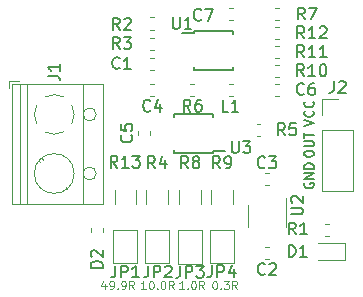
<source format=gto>
G04 #@! TF.GenerationSoftware,KiCad,Pcbnew,(5.1.2)-1*
G04 #@! TF.CreationDate,2021-08-24T10:23:30+09:00*
G04 #@! TF.ProjectId,csa,6373612e-6b69-4636-9164-5f7063625858,v1.3*
G04 #@! TF.SameCoordinates,Original*
G04 #@! TF.FileFunction,Legend,Top*
G04 #@! TF.FilePolarity,Positive*
%FSLAX46Y46*%
G04 Gerber Fmt 4.6, Leading zero omitted, Abs format (unit mm)*
G04 Created by KiCad (PCBNEW (5.1.2)-1) date 2021-08-24 10:23:30*
%MOMM*%
%LPD*%
G04 APERTURE LIST*
%ADD10C,0.120000*%
%ADD11C,0.150000*%
%ADD12C,0.100000*%
%ADD13C,0.977000*%
%ADD14C,1.352000*%
%ADD15C,0.300000*%
%ADD16C,3.302000*%
%ADD17R,1.202000X0.502000*%
%ADD18R,0.752000X1.162000*%
%ADD19O,1.802000X1.802000*%
%ADD20R,1.802000X1.802000*%
%ADD21C,2.602000*%
%ADD22R,2.602000X2.602000*%
G04 APERTURE END LIST*
D10*
X145330000Y-133830000D02*
X145330000Y-134296666D01*
X145163333Y-133563333D02*
X144996666Y-134063333D01*
X145430000Y-134063333D01*
X145730000Y-134296666D02*
X145863333Y-134296666D01*
X145930000Y-134263333D01*
X145963333Y-134230000D01*
X146030000Y-134130000D01*
X146063333Y-133996666D01*
X146063333Y-133730000D01*
X146030000Y-133663333D01*
X145996666Y-133630000D01*
X145930000Y-133596666D01*
X145796666Y-133596666D01*
X145730000Y-133630000D01*
X145696666Y-133663333D01*
X145663333Y-133730000D01*
X145663333Y-133896666D01*
X145696666Y-133963333D01*
X145730000Y-133996666D01*
X145796666Y-134030000D01*
X145930000Y-134030000D01*
X145996666Y-133996666D01*
X146030000Y-133963333D01*
X146063333Y-133896666D01*
X146363333Y-134230000D02*
X146396666Y-134263333D01*
X146363333Y-134296666D01*
X146330000Y-134263333D01*
X146363333Y-134230000D01*
X146363333Y-134296666D01*
X146730000Y-134296666D02*
X146863333Y-134296666D01*
X146930000Y-134263333D01*
X146963333Y-134230000D01*
X147030000Y-134130000D01*
X147063333Y-133996666D01*
X147063333Y-133730000D01*
X147030000Y-133663333D01*
X146996666Y-133630000D01*
X146930000Y-133596666D01*
X146796666Y-133596666D01*
X146730000Y-133630000D01*
X146696666Y-133663333D01*
X146663333Y-133730000D01*
X146663333Y-133896666D01*
X146696666Y-133963333D01*
X146730000Y-133996666D01*
X146796666Y-134030000D01*
X146930000Y-134030000D01*
X146996666Y-133996666D01*
X147030000Y-133963333D01*
X147063333Y-133896666D01*
X147763333Y-134296666D02*
X147530000Y-133963333D01*
X147363333Y-134296666D02*
X147363333Y-133596666D01*
X147630000Y-133596666D01*
X147696666Y-133630000D01*
X147730000Y-133663333D01*
X147763333Y-133730000D01*
X147763333Y-133830000D01*
X147730000Y-133896666D01*
X147696666Y-133930000D01*
X147630000Y-133963333D01*
X147363333Y-133963333D01*
X151990000Y-134296666D02*
X151590000Y-134296666D01*
X151790000Y-134296666D02*
X151790000Y-133596666D01*
X151723333Y-133696666D01*
X151656666Y-133763333D01*
X151590000Y-133796666D01*
X152290000Y-134230000D02*
X152323333Y-134263333D01*
X152290000Y-134296666D01*
X152256666Y-134263333D01*
X152290000Y-134230000D01*
X152290000Y-134296666D01*
X152756666Y-133596666D02*
X152823333Y-133596666D01*
X152890000Y-133630000D01*
X152923333Y-133663333D01*
X152956666Y-133730000D01*
X152990000Y-133863333D01*
X152990000Y-134030000D01*
X152956666Y-134163333D01*
X152923333Y-134230000D01*
X152890000Y-134263333D01*
X152823333Y-134296666D01*
X152756666Y-134296666D01*
X152690000Y-134263333D01*
X152656666Y-134230000D01*
X152623333Y-134163333D01*
X152590000Y-134030000D01*
X152590000Y-133863333D01*
X152623333Y-133730000D01*
X152656666Y-133663333D01*
X152690000Y-133630000D01*
X152756666Y-133596666D01*
X153690000Y-134296666D02*
X153456666Y-133963333D01*
X153290000Y-134296666D02*
X153290000Y-133596666D01*
X153556666Y-133596666D01*
X153623333Y-133630000D01*
X153656666Y-133663333D01*
X153690000Y-133730000D01*
X153690000Y-133830000D01*
X153656666Y-133896666D01*
X153623333Y-133930000D01*
X153556666Y-133963333D01*
X153290000Y-133963333D01*
X154556666Y-133596666D02*
X154623333Y-133596666D01*
X154690000Y-133630000D01*
X154723333Y-133663333D01*
X154756666Y-133730000D01*
X154790000Y-133863333D01*
X154790000Y-134030000D01*
X154756666Y-134163333D01*
X154723333Y-134230000D01*
X154690000Y-134263333D01*
X154623333Y-134296666D01*
X154556666Y-134296666D01*
X154490000Y-134263333D01*
X154456666Y-134230000D01*
X154423333Y-134163333D01*
X154390000Y-134030000D01*
X154390000Y-133863333D01*
X154423333Y-133730000D01*
X154456666Y-133663333D01*
X154490000Y-133630000D01*
X154556666Y-133596666D01*
X155090000Y-134230000D02*
X155123333Y-134263333D01*
X155090000Y-134296666D01*
X155056666Y-134263333D01*
X155090000Y-134230000D01*
X155090000Y-134296666D01*
X155356666Y-133596666D02*
X155790000Y-133596666D01*
X155556666Y-133863333D01*
X155656666Y-133863333D01*
X155723333Y-133896666D01*
X155756666Y-133930000D01*
X155790000Y-133996666D01*
X155790000Y-134163333D01*
X155756666Y-134230000D01*
X155723333Y-134263333D01*
X155656666Y-134296666D01*
X155456666Y-134296666D01*
X155390000Y-134263333D01*
X155356666Y-134230000D01*
X156490000Y-134296666D02*
X156256666Y-133963333D01*
X156090000Y-134296666D02*
X156090000Y-133596666D01*
X156356666Y-133596666D01*
X156423333Y-133630000D01*
X156456666Y-133663333D01*
X156490000Y-133730000D01*
X156490000Y-133830000D01*
X156456666Y-133896666D01*
X156423333Y-133930000D01*
X156356666Y-133963333D01*
X156090000Y-133963333D01*
X148746666Y-134296666D02*
X148346666Y-134296666D01*
X148546666Y-134296666D02*
X148546666Y-133596666D01*
X148480000Y-133696666D01*
X148413333Y-133763333D01*
X148346666Y-133796666D01*
X149180000Y-133596666D02*
X149246666Y-133596666D01*
X149313333Y-133630000D01*
X149346666Y-133663333D01*
X149380000Y-133730000D01*
X149413333Y-133863333D01*
X149413333Y-134030000D01*
X149380000Y-134163333D01*
X149346666Y-134230000D01*
X149313333Y-134263333D01*
X149246666Y-134296666D01*
X149180000Y-134296666D01*
X149113333Y-134263333D01*
X149080000Y-134230000D01*
X149046666Y-134163333D01*
X149013333Y-134030000D01*
X149013333Y-133863333D01*
X149046666Y-133730000D01*
X149080000Y-133663333D01*
X149113333Y-133630000D01*
X149180000Y-133596666D01*
X149713333Y-134230000D02*
X149746666Y-134263333D01*
X149713333Y-134296666D01*
X149680000Y-134263333D01*
X149713333Y-134230000D01*
X149713333Y-134296666D01*
X150180000Y-133596666D02*
X150246666Y-133596666D01*
X150313333Y-133630000D01*
X150346666Y-133663333D01*
X150380000Y-133730000D01*
X150413333Y-133863333D01*
X150413333Y-134030000D01*
X150380000Y-134163333D01*
X150346666Y-134230000D01*
X150313333Y-134263333D01*
X150246666Y-134296666D01*
X150180000Y-134296666D01*
X150113333Y-134263333D01*
X150080000Y-134230000D01*
X150046666Y-134163333D01*
X150013333Y-134030000D01*
X150013333Y-133863333D01*
X150046666Y-133730000D01*
X150080000Y-133663333D01*
X150113333Y-133630000D01*
X150180000Y-133596666D01*
X151113333Y-134296666D02*
X150880000Y-133963333D01*
X150713333Y-134296666D02*
X150713333Y-133596666D01*
X150980000Y-133596666D01*
X151046666Y-133630000D01*
X151080000Y-133663333D01*
X151113333Y-133730000D01*
X151113333Y-133830000D01*
X151080000Y-133896666D01*
X151046666Y-133930000D01*
X150980000Y-133963333D01*
X150713333Y-133963333D01*
D11*
X162200000Y-125309523D02*
X162161904Y-125385714D01*
X162161904Y-125500000D01*
X162200000Y-125614285D01*
X162276190Y-125690476D01*
X162352380Y-125728571D01*
X162504761Y-125766666D01*
X162619047Y-125766666D01*
X162771428Y-125728571D01*
X162847619Y-125690476D01*
X162923809Y-125614285D01*
X162961904Y-125500000D01*
X162961904Y-125423809D01*
X162923809Y-125309523D01*
X162885714Y-125271428D01*
X162619047Y-125271428D01*
X162619047Y-125423809D01*
X162961904Y-124928571D02*
X162161904Y-124928571D01*
X162961904Y-124471428D01*
X162161904Y-124471428D01*
X162961904Y-124090476D02*
X162161904Y-124090476D01*
X162161904Y-123900000D01*
X162200000Y-123785714D01*
X162276190Y-123709523D01*
X162352380Y-123671428D01*
X162504761Y-123633333D01*
X162619047Y-123633333D01*
X162771428Y-123671428D01*
X162847619Y-123709523D01*
X162923809Y-123785714D01*
X162961904Y-123900000D01*
X162961904Y-124090476D01*
X162161904Y-122900000D02*
X162161904Y-122747619D01*
X162200000Y-122671428D01*
X162276190Y-122595238D01*
X162428571Y-122557142D01*
X162695238Y-122557142D01*
X162847619Y-122595238D01*
X162923809Y-122671428D01*
X162961904Y-122747619D01*
X162961904Y-122900000D01*
X162923809Y-122976190D01*
X162847619Y-123052380D01*
X162695238Y-123090476D01*
X162428571Y-123090476D01*
X162276190Y-123052380D01*
X162200000Y-122976190D01*
X162161904Y-122900000D01*
X162161904Y-122214285D02*
X162809523Y-122214285D01*
X162885714Y-122176190D01*
X162923809Y-122138095D01*
X162961904Y-122061904D01*
X162961904Y-121909523D01*
X162923809Y-121833333D01*
X162885714Y-121795238D01*
X162809523Y-121757142D01*
X162161904Y-121757142D01*
X162161904Y-121490476D02*
X162161904Y-121033333D01*
X162961904Y-121261904D02*
X162161904Y-121261904D01*
X162161904Y-120466666D02*
X162961904Y-120200000D01*
X162161904Y-119933333D01*
X162885714Y-119209523D02*
X162923809Y-119247619D01*
X162961904Y-119361904D01*
X162961904Y-119438095D01*
X162923809Y-119552380D01*
X162847619Y-119628571D01*
X162771428Y-119666666D01*
X162619047Y-119704761D01*
X162504761Y-119704761D01*
X162352380Y-119666666D01*
X162276190Y-119628571D01*
X162200000Y-119552380D01*
X162161904Y-119438095D01*
X162161904Y-119361904D01*
X162200000Y-119247619D01*
X162238095Y-119209523D01*
X162885714Y-118409523D02*
X162923809Y-118447619D01*
X162961904Y-118561904D01*
X162961904Y-118638095D01*
X162923809Y-118752380D01*
X162847619Y-118828571D01*
X162771428Y-118866666D01*
X162619047Y-118904761D01*
X162504761Y-118904761D01*
X162352380Y-118866666D01*
X162276190Y-118828571D01*
X162200000Y-118752380D01*
X162161904Y-118638095D01*
X162161904Y-118561904D01*
X162200000Y-118447619D01*
X162238095Y-118409523D01*
D10*
X144130000Y-129097221D02*
X144130000Y-129422779D01*
X145150000Y-129097221D02*
X145150000Y-129422779D01*
X146110000Y-125887936D02*
X146110000Y-127092064D01*
X147930000Y-125887936D02*
X147930000Y-127092064D01*
X147990000Y-129315000D02*
X147990000Y-132115000D01*
X147990000Y-132115000D02*
X145990000Y-132115000D01*
X145990000Y-132115000D02*
X145990000Y-129315000D01*
X145990000Y-129315000D02*
X147990000Y-129315000D01*
D11*
X154425000Y-122600000D02*
X155500000Y-122600000D01*
X154425000Y-119475000D02*
X151175000Y-119475000D01*
X154425000Y-122725000D02*
X151175000Y-122725000D01*
X154425000Y-119475000D02*
X154425000Y-119700000D01*
X151175000Y-119475000D02*
X151175000Y-119700000D01*
X151175000Y-122725000D02*
X151175000Y-122500000D01*
X154425000Y-122725000D02*
X154425000Y-122600000D01*
D10*
X160610000Y-129000000D02*
X160610000Y-126550000D01*
X157390000Y-127200000D02*
X157390000Y-129000000D01*
D11*
X152875000Y-112600000D02*
X151800000Y-112600000D01*
X152875000Y-115725000D02*
X156125000Y-115725000D01*
X152875000Y-112475000D02*
X156125000Y-112475000D01*
X152875000Y-115725000D02*
X152875000Y-115500000D01*
X156125000Y-115725000D02*
X156125000Y-115500000D01*
X156125000Y-112475000D02*
X156125000Y-112700000D01*
X152875000Y-112475000D02*
X152875000Y-112600000D01*
D10*
X160050779Y-110490000D02*
X159725221Y-110490000D01*
X160050779Y-111510000D02*
X159725221Y-111510000D01*
X152850779Y-116890000D02*
X152525221Y-116890000D01*
X152850779Y-117910000D02*
X152525221Y-117910000D01*
X158125221Y-121310000D02*
X158450779Y-121310000D01*
X158125221Y-120290000D02*
X158450779Y-120290000D01*
X148790000Y-125897936D02*
X148790000Y-127102064D01*
X150610000Y-125897936D02*
X150610000Y-127102064D01*
X149450779Y-112990000D02*
X149125221Y-112990000D01*
X149450779Y-114010000D02*
X149125221Y-114010000D01*
X149137221Y-112310000D02*
X149462779Y-112310000D01*
X149137221Y-111290000D02*
X149462779Y-111290000D01*
X164274779Y-128790000D02*
X163949221Y-128790000D01*
X164274779Y-129810000D02*
X163949221Y-129810000D01*
X163670000Y-118230000D02*
X165000000Y-118230000D01*
X163670000Y-119560000D02*
X163670000Y-118230000D01*
X163670000Y-120830000D02*
X166330000Y-120830000D01*
X166330000Y-120830000D02*
X166330000Y-125970000D01*
X163670000Y-120830000D02*
X163670000Y-125970000D01*
X163670000Y-125970000D02*
X166330000Y-125970000D01*
X137200000Y-116700000D02*
X137200000Y-117300000D01*
X138040000Y-116700000D02*
X137200000Y-116700000D01*
X140024000Y-123320000D02*
X139931000Y-123226000D01*
X142275000Y-125570000D02*
X142216000Y-125511000D01*
X139784000Y-123490000D02*
X139726000Y-123431000D01*
X142069000Y-125775000D02*
X141976000Y-125681000D01*
X145160000Y-127060000D02*
X137439000Y-127060000D01*
X145160000Y-116940000D02*
X137439000Y-116940000D01*
X137439000Y-116940000D02*
X137439000Y-127060000D01*
X145160000Y-116940000D02*
X145160000Y-127060000D01*
X143400000Y-116940000D02*
X143400000Y-127060000D01*
X138700000Y-116940000D02*
X138700000Y-127060000D01*
X138100000Y-116940000D02*
X138100000Y-127060000D01*
X144550000Y-124500000D02*
G75*
G03X144550000Y-124500000I-550000J0D01*
G01*
X142680000Y-124500000D02*
G75*
G03X142680000Y-124500000I-1680000J0D01*
G01*
X144550000Y-119500000D02*
G75*
G03X144550000Y-119500000I-550000J0D01*
G01*
X139319550Y-119529383D02*
G75*
G02X139516000Y-118711000I1680450J29383D01*
G01*
X140210912Y-118016047D02*
G75*
G02X141789000Y-118016000I789088J-1483953D01*
G01*
X142483953Y-118710912D02*
G75*
G02X142484000Y-120289000I-1483953J-789088D01*
G01*
X141789088Y-120983953D02*
G75*
G02X140211000Y-120984000I-789088J1483953D01*
G01*
X139516648Y-120288712D02*
G75*
G02X139320000Y-119500000I1483352J788712D01*
G01*
X165585000Y-130365000D02*
X163300000Y-130365000D01*
X165585000Y-131835000D02*
X165585000Y-130365000D01*
X163300000Y-131835000D02*
X165585000Y-131835000D01*
X156150779Y-110490000D02*
X155825221Y-110490000D01*
X156150779Y-111510000D02*
X155825221Y-111510000D01*
X159725221Y-117910000D02*
X160050779Y-117910000D01*
X159725221Y-116890000D02*
X160050779Y-116890000D01*
X149110000Y-121250779D02*
X149110000Y-120925221D01*
X148090000Y-121250779D02*
X148090000Y-120925221D01*
X149462779Y-116890000D02*
X149137221Y-116890000D01*
X149462779Y-117910000D02*
X149137221Y-117910000D01*
X158825221Y-125510000D02*
X159150779Y-125510000D01*
X158825221Y-124490000D02*
X159150779Y-124490000D01*
X159162779Y-130690000D02*
X158837221Y-130690000D01*
X159162779Y-131710000D02*
X158837221Y-131710000D01*
X149462779Y-114690000D02*
X149137221Y-114690000D01*
X149462779Y-115710000D02*
X149137221Y-115710000D01*
X155837221Y-116890000D02*
X156162779Y-116890000D01*
X155837221Y-117910000D02*
X156162779Y-117910000D01*
X151590000Y-125897936D02*
X151590000Y-127102064D01*
X153410000Y-125897936D02*
X153410000Y-127102064D01*
X156110000Y-125897936D02*
X156110000Y-127102064D01*
X154290000Y-125897936D02*
X154290000Y-127102064D01*
X159725221Y-115290000D02*
X160050779Y-115290000D01*
X159725221Y-116310000D02*
X160050779Y-116310000D01*
X159725221Y-113690000D02*
X160050779Y-113690000D01*
X159725221Y-114710000D02*
X160050779Y-114710000D01*
X160050779Y-112090000D02*
X159725221Y-112090000D01*
X160050779Y-113110000D02*
X159725221Y-113110000D01*
X148700000Y-129300000D02*
X150700000Y-129300000D01*
X148700000Y-132100000D02*
X148700000Y-129300000D01*
X150700000Y-132100000D02*
X148700000Y-132100000D01*
X150700000Y-129300000D02*
X150700000Y-132100000D01*
X153500000Y-129325000D02*
X153500000Y-132125000D01*
X153500000Y-132125000D02*
X151500000Y-132125000D01*
X151500000Y-132125000D02*
X151500000Y-129325000D01*
X151500000Y-129325000D02*
X153500000Y-129325000D01*
X154200000Y-129300000D02*
X156200000Y-129300000D01*
X154200000Y-132100000D02*
X154200000Y-129300000D01*
X156200000Y-132100000D02*
X154200000Y-132100000D01*
X156200000Y-129300000D02*
X156200000Y-132100000D01*
D11*
X145092380Y-132498095D02*
X144092380Y-132498095D01*
X144092380Y-132260000D01*
X144140000Y-132117142D01*
X144235238Y-132021904D01*
X144330476Y-131974285D01*
X144520952Y-131926666D01*
X144663809Y-131926666D01*
X144854285Y-131974285D01*
X144949523Y-132021904D01*
X145044761Y-132117142D01*
X145092380Y-132260000D01*
X145092380Y-132498095D01*
X144187619Y-131545714D02*
X144140000Y-131498095D01*
X144092380Y-131402857D01*
X144092380Y-131164761D01*
X144140000Y-131069523D01*
X144187619Y-131021904D01*
X144282857Y-130974285D01*
X144378095Y-130974285D01*
X144520952Y-131021904D01*
X145092380Y-131593333D01*
X145092380Y-130974285D01*
X146337142Y-124002380D02*
X146003809Y-123526190D01*
X145765714Y-124002380D02*
X145765714Y-123002380D01*
X146146666Y-123002380D01*
X146241904Y-123050000D01*
X146289523Y-123097619D01*
X146337142Y-123192857D01*
X146337142Y-123335714D01*
X146289523Y-123430952D01*
X146241904Y-123478571D01*
X146146666Y-123526190D01*
X145765714Y-123526190D01*
X147289523Y-124002380D02*
X146718095Y-124002380D01*
X147003809Y-124002380D02*
X147003809Y-123002380D01*
X146908571Y-123145238D01*
X146813333Y-123240476D01*
X146718095Y-123288095D01*
X147622857Y-123002380D02*
X148241904Y-123002380D01*
X147908571Y-123383333D01*
X148051428Y-123383333D01*
X148146666Y-123430952D01*
X148194285Y-123478571D01*
X148241904Y-123573809D01*
X148241904Y-123811904D01*
X148194285Y-123907142D01*
X148146666Y-123954761D01*
X148051428Y-124002380D01*
X147765714Y-124002380D01*
X147670476Y-123954761D01*
X147622857Y-123907142D01*
X146176666Y-132302380D02*
X146176666Y-133016666D01*
X146129047Y-133159523D01*
X146033809Y-133254761D01*
X145890952Y-133302380D01*
X145795714Y-133302380D01*
X146652857Y-133302380D02*
X146652857Y-132302380D01*
X147033809Y-132302380D01*
X147129047Y-132350000D01*
X147176666Y-132397619D01*
X147224285Y-132492857D01*
X147224285Y-132635714D01*
X147176666Y-132730952D01*
X147129047Y-132778571D01*
X147033809Y-132826190D01*
X146652857Y-132826190D01*
X148176666Y-133302380D02*
X147605238Y-133302380D01*
X147890952Y-133302380D02*
X147890952Y-132302380D01*
X147795714Y-132445238D01*
X147700476Y-132540476D01*
X147605238Y-132588095D01*
X156038095Y-121752380D02*
X156038095Y-122561904D01*
X156085714Y-122657142D01*
X156133333Y-122704761D01*
X156228571Y-122752380D01*
X156419047Y-122752380D01*
X156514285Y-122704761D01*
X156561904Y-122657142D01*
X156609523Y-122561904D01*
X156609523Y-121752380D01*
X156990476Y-121752380D02*
X157609523Y-121752380D01*
X157276190Y-122133333D01*
X157419047Y-122133333D01*
X157514285Y-122180952D01*
X157561904Y-122228571D01*
X157609523Y-122323809D01*
X157609523Y-122561904D01*
X157561904Y-122657142D01*
X157514285Y-122704761D01*
X157419047Y-122752380D01*
X157133333Y-122752380D01*
X157038095Y-122704761D01*
X156990476Y-122657142D01*
X161052380Y-127961904D02*
X161861904Y-127961904D01*
X161957142Y-127914285D01*
X162004761Y-127866666D01*
X162052380Y-127771428D01*
X162052380Y-127580952D01*
X162004761Y-127485714D01*
X161957142Y-127438095D01*
X161861904Y-127390476D01*
X161052380Y-127390476D01*
X161147619Y-126961904D02*
X161100000Y-126914285D01*
X161052380Y-126819047D01*
X161052380Y-126580952D01*
X161100000Y-126485714D01*
X161147619Y-126438095D01*
X161242857Y-126390476D01*
X161338095Y-126390476D01*
X161480952Y-126438095D01*
X162052380Y-127009523D01*
X162052380Y-126390476D01*
X151038095Y-111252380D02*
X151038095Y-112061904D01*
X151085714Y-112157142D01*
X151133333Y-112204761D01*
X151228571Y-112252380D01*
X151419047Y-112252380D01*
X151514285Y-112204761D01*
X151561904Y-112157142D01*
X151609523Y-112061904D01*
X151609523Y-111252380D01*
X152609523Y-112252380D02*
X152038095Y-112252380D01*
X152323809Y-112252380D02*
X152323809Y-111252380D01*
X152228571Y-111395238D01*
X152133333Y-111490476D01*
X152038095Y-111538095D01*
X162208833Y-111452380D02*
X161875500Y-110976190D01*
X161637404Y-111452380D02*
X161637404Y-110452380D01*
X162018357Y-110452380D01*
X162113595Y-110500000D01*
X162161214Y-110547619D01*
X162208833Y-110642857D01*
X162208833Y-110785714D01*
X162161214Y-110880952D01*
X162113595Y-110928571D01*
X162018357Y-110976190D01*
X161637404Y-110976190D01*
X162542166Y-110452380D02*
X163208833Y-110452380D01*
X162780261Y-111452380D01*
X152533833Y-119252380D02*
X152200500Y-118776190D01*
X151962404Y-119252380D02*
X151962404Y-118252380D01*
X152343357Y-118252380D01*
X152438595Y-118300000D01*
X152486214Y-118347619D01*
X152533833Y-118442857D01*
X152533833Y-118585714D01*
X152486214Y-118680952D01*
X152438595Y-118728571D01*
X152343357Y-118776190D01*
X151962404Y-118776190D01*
X153390976Y-118252380D02*
X153200500Y-118252380D01*
X153105261Y-118300000D01*
X153057642Y-118347619D01*
X152962404Y-118490476D01*
X152914785Y-118680952D01*
X152914785Y-119061904D01*
X152962404Y-119157142D01*
X153010023Y-119204761D01*
X153105261Y-119252380D01*
X153295738Y-119252380D01*
X153390976Y-119204761D01*
X153438595Y-119157142D01*
X153486214Y-119061904D01*
X153486214Y-118823809D01*
X153438595Y-118728571D01*
X153390976Y-118680952D01*
X153295738Y-118633333D01*
X153105261Y-118633333D01*
X153010023Y-118680952D01*
X152962404Y-118728571D01*
X152914785Y-118823809D01*
X160533833Y-121252380D02*
X160200500Y-120776190D01*
X159962404Y-121252380D02*
X159962404Y-120252380D01*
X160343357Y-120252380D01*
X160438595Y-120300000D01*
X160486214Y-120347619D01*
X160533833Y-120442857D01*
X160533833Y-120585714D01*
X160486214Y-120680952D01*
X160438595Y-120728571D01*
X160343357Y-120776190D01*
X159962404Y-120776190D01*
X161438595Y-120252380D02*
X160962404Y-120252380D01*
X160914785Y-120728571D01*
X160962404Y-120680952D01*
X161057642Y-120633333D01*
X161295738Y-120633333D01*
X161390976Y-120680952D01*
X161438595Y-120728571D01*
X161486214Y-120823809D01*
X161486214Y-121061904D01*
X161438595Y-121157142D01*
X161390976Y-121204761D01*
X161295738Y-121252380D01*
X161057642Y-121252380D01*
X160962404Y-121204761D01*
X160914785Y-121157142D01*
X149533333Y-124052380D02*
X149200000Y-123576190D01*
X148961904Y-124052380D02*
X148961904Y-123052380D01*
X149342857Y-123052380D01*
X149438095Y-123100000D01*
X149485714Y-123147619D01*
X149533333Y-123242857D01*
X149533333Y-123385714D01*
X149485714Y-123480952D01*
X149438095Y-123528571D01*
X149342857Y-123576190D01*
X148961904Y-123576190D01*
X150390476Y-123385714D02*
X150390476Y-124052380D01*
X150152380Y-123004761D02*
X149914285Y-123719047D01*
X150533333Y-123719047D01*
X146533833Y-113952380D02*
X146200500Y-113476190D01*
X145962404Y-113952380D02*
X145962404Y-112952380D01*
X146343357Y-112952380D01*
X146438595Y-113000000D01*
X146486214Y-113047619D01*
X146533833Y-113142857D01*
X146533833Y-113285714D01*
X146486214Y-113380952D01*
X146438595Y-113428571D01*
X146343357Y-113476190D01*
X145962404Y-113476190D01*
X146867166Y-112952380D02*
X147486214Y-112952380D01*
X147152880Y-113333333D01*
X147295738Y-113333333D01*
X147390976Y-113380952D01*
X147438595Y-113428571D01*
X147486214Y-113523809D01*
X147486214Y-113761904D01*
X147438595Y-113857142D01*
X147390976Y-113904761D01*
X147295738Y-113952380D01*
X147010023Y-113952380D01*
X146914785Y-113904761D01*
X146867166Y-113857142D01*
X146533333Y-112352380D02*
X146200000Y-111876190D01*
X145961904Y-112352380D02*
X145961904Y-111352380D01*
X146342857Y-111352380D01*
X146438095Y-111400000D01*
X146485714Y-111447619D01*
X146533333Y-111542857D01*
X146533333Y-111685714D01*
X146485714Y-111780952D01*
X146438095Y-111828571D01*
X146342857Y-111876190D01*
X145961904Y-111876190D01*
X146914285Y-111447619D02*
X146961904Y-111400000D01*
X147057142Y-111352380D01*
X147295238Y-111352380D01*
X147390476Y-111400000D01*
X147438095Y-111447619D01*
X147485714Y-111542857D01*
X147485714Y-111638095D01*
X147438095Y-111780952D01*
X146866666Y-112352380D01*
X147485714Y-112352380D01*
X161445333Y-129652380D02*
X161112000Y-129176190D01*
X160873904Y-129652380D02*
X160873904Y-128652380D01*
X161254857Y-128652380D01*
X161350095Y-128700000D01*
X161397714Y-128747619D01*
X161445333Y-128842857D01*
X161445333Y-128985714D01*
X161397714Y-129080952D01*
X161350095Y-129128571D01*
X161254857Y-129176190D01*
X160873904Y-129176190D01*
X162397714Y-129652380D02*
X161826285Y-129652380D01*
X162112000Y-129652380D02*
X162112000Y-128652380D01*
X162016761Y-128795238D01*
X161921523Y-128890476D01*
X161826285Y-128938095D01*
X164666666Y-116682380D02*
X164666666Y-117396666D01*
X164619047Y-117539523D01*
X164523809Y-117634761D01*
X164380952Y-117682380D01*
X164285714Y-117682380D01*
X165095238Y-116777619D02*
X165142857Y-116730000D01*
X165238095Y-116682380D01*
X165476190Y-116682380D01*
X165571428Y-116730000D01*
X165619047Y-116777619D01*
X165666666Y-116872857D01*
X165666666Y-116968095D01*
X165619047Y-117110952D01*
X165047619Y-117682380D01*
X165666666Y-117682380D01*
X140452380Y-116233333D02*
X141166666Y-116233333D01*
X141309523Y-116280952D01*
X141404761Y-116376190D01*
X141452380Y-116519047D01*
X141452380Y-116614285D01*
X141452380Y-115233333D02*
X141452380Y-115804761D01*
X141452380Y-115519047D02*
X140452380Y-115519047D01*
X140595238Y-115614285D01*
X140690476Y-115709523D01*
X140738095Y-115804761D01*
X160861904Y-131552380D02*
X160861904Y-130552380D01*
X161100000Y-130552380D01*
X161242857Y-130600000D01*
X161338095Y-130695238D01*
X161385714Y-130790476D01*
X161433333Y-130980952D01*
X161433333Y-131123809D01*
X161385714Y-131314285D01*
X161338095Y-131409523D01*
X161242857Y-131504761D01*
X161100000Y-131552380D01*
X160861904Y-131552380D01*
X162385714Y-131552380D02*
X161814285Y-131552380D01*
X162100000Y-131552380D02*
X162100000Y-130552380D01*
X162004761Y-130695238D01*
X161909523Y-130790476D01*
X161814285Y-130838095D01*
X153433833Y-111457142D02*
X153386214Y-111504761D01*
X153243357Y-111552380D01*
X153148119Y-111552380D01*
X153005261Y-111504761D01*
X152910023Y-111409523D01*
X152862404Y-111314285D01*
X152814785Y-111123809D01*
X152814785Y-110980952D01*
X152862404Y-110790476D01*
X152910023Y-110695238D01*
X153005261Y-110600000D01*
X153148119Y-110552380D01*
X153243357Y-110552380D01*
X153386214Y-110600000D01*
X153433833Y-110647619D01*
X153767166Y-110552380D02*
X154433833Y-110552380D01*
X154005261Y-111552380D01*
X162133333Y-117757142D02*
X162085714Y-117804761D01*
X161942857Y-117852380D01*
X161847619Y-117852380D01*
X161704761Y-117804761D01*
X161609523Y-117709523D01*
X161561904Y-117614285D01*
X161514285Y-117423809D01*
X161514285Y-117280952D01*
X161561904Y-117090476D01*
X161609523Y-116995238D01*
X161704761Y-116900000D01*
X161847619Y-116852380D01*
X161942857Y-116852380D01*
X162085714Y-116900000D01*
X162133333Y-116947619D01*
X162990476Y-116852380D02*
X162800000Y-116852380D01*
X162704761Y-116900000D01*
X162657142Y-116947619D01*
X162561904Y-117090476D01*
X162514285Y-117280952D01*
X162514285Y-117661904D01*
X162561904Y-117757142D01*
X162609523Y-117804761D01*
X162704761Y-117852380D01*
X162895238Y-117852380D01*
X162990476Y-117804761D01*
X163038095Y-117757142D01*
X163085714Y-117661904D01*
X163085714Y-117423809D01*
X163038095Y-117328571D01*
X162990476Y-117280952D01*
X162895238Y-117233333D01*
X162704761Y-117233333D01*
X162609523Y-117280952D01*
X162561904Y-117328571D01*
X162514285Y-117423809D01*
X147527142Y-121254666D02*
X147574761Y-121302285D01*
X147622380Y-121445142D01*
X147622380Y-121540380D01*
X147574761Y-121683238D01*
X147479523Y-121778476D01*
X147384285Y-121826095D01*
X147193809Y-121873714D01*
X147050952Y-121873714D01*
X146860476Y-121826095D01*
X146765238Y-121778476D01*
X146670000Y-121683238D01*
X146622380Y-121540380D01*
X146622380Y-121445142D01*
X146670000Y-121302285D01*
X146717619Y-121254666D01*
X146622380Y-120349904D02*
X146622380Y-120826095D01*
X147098571Y-120873714D01*
X147050952Y-120826095D01*
X147003333Y-120730857D01*
X147003333Y-120492761D01*
X147050952Y-120397523D01*
X147098571Y-120349904D01*
X147193809Y-120302285D01*
X147431904Y-120302285D01*
X147527142Y-120349904D01*
X147574761Y-120397523D01*
X147622380Y-120492761D01*
X147622380Y-120730857D01*
X147574761Y-120826095D01*
X147527142Y-120873714D01*
X149133333Y-119157142D02*
X149085714Y-119204761D01*
X148942857Y-119252380D01*
X148847619Y-119252380D01*
X148704761Y-119204761D01*
X148609523Y-119109523D01*
X148561904Y-119014285D01*
X148514285Y-118823809D01*
X148514285Y-118680952D01*
X148561904Y-118490476D01*
X148609523Y-118395238D01*
X148704761Y-118300000D01*
X148847619Y-118252380D01*
X148942857Y-118252380D01*
X149085714Y-118300000D01*
X149133333Y-118347619D01*
X149990476Y-118585714D02*
X149990476Y-119252380D01*
X149752380Y-118204761D02*
X149514285Y-118919047D01*
X150133333Y-118919047D01*
X158833833Y-123957142D02*
X158786214Y-124004761D01*
X158643357Y-124052380D01*
X158548119Y-124052380D01*
X158405261Y-124004761D01*
X158310023Y-123909523D01*
X158262404Y-123814285D01*
X158214785Y-123623809D01*
X158214785Y-123480952D01*
X158262404Y-123290476D01*
X158310023Y-123195238D01*
X158405261Y-123100000D01*
X158548119Y-123052380D01*
X158643357Y-123052380D01*
X158786214Y-123100000D01*
X158833833Y-123147619D01*
X159167166Y-123052380D02*
X159786214Y-123052380D01*
X159452880Y-123433333D01*
X159595738Y-123433333D01*
X159690976Y-123480952D01*
X159738595Y-123528571D01*
X159786214Y-123623809D01*
X159786214Y-123861904D01*
X159738595Y-123957142D01*
X159690976Y-124004761D01*
X159595738Y-124052380D01*
X159310023Y-124052380D01*
X159214785Y-124004761D01*
X159167166Y-123957142D01*
X158833333Y-132987142D02*
X158785714Y-133034761D01*
X158642857Y-133082380D01*
X158547619Y-133082380D01*
X158404761Y-133034761D01*
X158309523Y-132939523D01*
X158261904Y-132844285D01*
X158214285Y-132653809D01*
X158214285Y-132510952D01*
X158261904Y-132320476D01*
X158309523Y-132225238D01*
X158404761Y-132130000D01*
X158547619Y-132082380D01*
X158642857Y-132082380D01*
X158785714Y-132130000D01*
X158833333Y-132177619D01*
X159214285Y-132177619D02*
X159261904Y-132130000D01*
X159357142Y-132082380D01*
X159595238Y-132082380D01*
X159690476Y-132130000D01*
X159738095Y-132177619D01*
X159785714Y-132272857D01*
X159785714Y-132368095D01*
X159738095Y-132510952D01*
X159166666Y-133082380D01*
X159785714Y-133082380D01*
X146533333Y-115557142D02*
X146485714Y-115604761D01*
X146342857Y-115652380D01*
X146247619Y-115652380D01*
X146104761Y-115604761D01*
X146009523Y-115509523D01*
X145961904Y-115414285D01*
X145914285Y-115223809D01*
X145914285Y-115080952D01*
X145961904Y-114890476D01*
X146009523Y-114795238D01*
X146104761Y-114700000D01*
X146247619Y-114652380D01*
X146342857Y-114652380D01*
X146485714Y-114700000D01*
X146533333Y-114747619D01*
X147485714Y-115652380D02*
X146914285Y-115652380D01*
X147200000Y-115652380D02*
X147200000Y-114652380D01*
X147104761Y-114795238D01*
X147009523Y-114890476D01*
X146914285Y-114938095D01*
X155733333Y-119252380D02*
X155257142Y-119252380D01*
X155257142Y-118252380D01*
X156590476Y-119252380D02*
X156019047Y-119252380D01*
X156304761Y-119252380D02*
X156304761Y-118252380D01*
X156209523Y-118395238D01*
X156114285Y-118490476D01*
X156019047Y-118538095D01*
X152333333Y-124052380D02*
X152000000Y-123576190D01*
X151761904Y-124052380D02*
X151761904Y-123052380D01*
X152142857Y-123052380D01*
X152238095Y-123100000D01*
X152285714Y-123147619D01*
X152333333Y-123242857D01*
X152333333Y-123385714D01*
X152285714Y-123480952D01*
X152238095Y-123528571D01*
X152142857Y-123576190D01*
X151761904Y-123576190D01*
X152904761Y-123480952D02*
X152809523Y-123433333D01*
X152761904Y-123385714D01*
X152714285Y-123290476D01*
X152714285Y-123242857D01*
X152761904Y-123147619D01*
X152809523Y-123100000D01*
X152904761Y-123052380D01*
X153095238Y-123052380D01*
X153190476Y-123100000D01*
X153238095Y-123147619D01*
X153285714Y-123242857D01*
X153285714Y-123290476D01*
X153238095Y-123385714D01*
X153190476Y-123433333D01*
X153095238Y-123480952D01*
X152904761Y-123480952D01*
X152809523Y-123528571D01*
X152761904Y-123576190D01*
X152714285Y-123671428D01*
X152714285Y-123861904D01*
X152761904Y-123957142D01*
X152809523Y-124004761D01*
X152904761Y-124052380D01*
X153095238Y-124052380D01*
X153190476Y-124004761D01*
X153238095Y-123957142D01*
X153285714Y-123861904D01*
X153285714Y-123671428D01*
X153238095Y-123576190D01*
X153190476Y-123528571D01*
X153095238Y-123480952D01*
X155033333Y-124052380D02*
X154700000Y-123576190D01*
X154461904Y-124052380D02*
X154461904Y-123052380D01*
X154842857Y-123052380D01*
X154938095Y-123100000D01*
X154985714Y-123147619D01*
X155033333Y-123242857D01*
X155033333Y-123385714D01*
X154985714Y-123480952D01*
X154938095Y-123528571D01*
X154842857Y-123576190D01*
X154461904Y-123576190D01*
X155509523Y-124052380D02*
X155700000Y-124052380D01*
X155795238Y-124004761D01*
X155842857Y-123957142D01*
X155938095Y-123814285D01*
X155985714Y-123623809D01*
X155985714Y-123242857D01*
X155938095Y-123147619D01*
X155890476Y-123100000D01*
X155795238Y-123052380D01*
X155604761Y-123052380D01*
X155509523Y-123100000D01*
X155461904Y-123147619D01*
X155414285Y-123242857D01*
X155414285Y-123480952D01*
X155461904Y-123576190D01*
X155509523Y-123623809D01*
X155604761Y-123671428D01*
X155795238Y-123671428D01*
X155890476Y-123623809D01*
X155938095Y-123576190D01*
X155985714Y-123480952D01*
X162132642Y-116252380D02*
X161799309Y-115776190D01*
X161561214Y-116252380D02*
X161561214Y-115252380D01*
X161942166Y-115252380D01*
X162037404Y-115300000D01*
X162085023Y-115347619D01*
X162132642Y-115442857D01*
X162132642Y-115585714D01*
X162085023Y-115680952D01*
X162037404Y-115728571D01*
X161942166Y-115776190D01*
X161561214Y-115776190D01*
X163085023Y-116252380D02*
X162513595Y-116252380D01*
X162799309Y-116252380D02*
X162799309Y-115252380D01*
X162704071Y-115395238D01*
X162608833Y-115490476D01*
X162513595Y-115538095D01*
X163704071Y-115252380D02*
X163799309Y-115252380D01*
X163894547Y-115300000D01*
X163942166Y-115347619D01*
X163989785Y-115442857D01*
X164037404Y-115633333D01*
X164037404Y-115871428D01*
X163989785Y-116061904D01*
X163942166Y-116157142D01*
X163894547Y-116204761D01*
X163799309Y-116252380D01*
X163704071Y-116252380D01*
X163608833Y-116204761D01*
X163561214Y-116157142D01*
X163513595Y-116061904D01*
X163465976Y-115871428D01*
X163465976Y-115633333D01*
X163513595Y-115442857D01*
X163561214Y-115347619D01*
X163608833Y-115300000D01*
X163704071Y-115252380D01*
X162157142Y-114652380D02*
X161823809Y-114176190D01*
X161585714Y-114652380D02*
X161585714Y-113652380D01*
X161966666Y-113652380D01*
X162061904Y-113700000D01*
X162109523Y-113747619D01*
X162157142Y-113842857D01*
X162157142Y-113985714D01*
X162109523Y-114080952D01*
X162061904Y-114128571D01*
X161966666Y-114176190D01*
X161585714Y-114176190D01*
X163109523Y-114652380D02*
X162538095Y-114652380D01*
X162823809Y-114652380D02*
X162823809Y-113652380D01*
X162728571Y-113795238D01*
X162633333Y-113890476D01*
X162538095Y-113938095D01*
X164061904Y-114652380D02*
X163490476Y-114652380D01*
X163776190Y-114652380D02*
X163776190Y-113652380D01*
X163680952Y-113795238D01*
X163585714Y-113890476D01*
X163490476Y-113938095D01*
X162157142Y-113052380D02*
X161823809Y-112576190D01*
X161585714Y-113052380D02*
X161585714Y-112052380D01*
X161966666Y-112052380D01*
X162061904Y-112100000D01*
X162109523Y-112147619D01*
X162157142Y-112242857D01*
X162157142Y-112385714D01*
X162109523Y-112480952D01*
X162061904Y-112528571D01*
X161966666Y-112576190D01*
X161585714Y-112576190D01*
X163109523Y-113052380D02*
X162538095Y-113052380D01*
X162823809Y-113052380D02*
X162823809Y-112052380D01*
X162728571Y-112195238D01*
X162633333Y-112290476D01*
X162538095Y-112338095D01*
X163490476Y-112147619D02*
X163538095Y-112100000D01*
X163633333Y-112052380D01*
X163871428Y-112052380D01*
X163966666Y-112100000D01*
X164014285Y-112147619D01*
X164061904Y-112242857D01*
X164061904Y-112338095D01*
X164014285Y-112480952D01*
X163442857Y-113052380D01*
X164061904Y-113052380D01*
X148946666Y-132302380D02*
X148946666Y-133016666D01*
X148899047Y-133159523D01*
X148803809Y-133254761D01*
X148660952Y-133302380D01*
X148565714Y-133302380D01*
X149422857Y-133302380D02*
X149422857Y-132302380D01*
X149803809Y-132302380D01*
X149899047Y-132350000D01*
X149946666Y-132397619D01*
X149994285Y-132492857D01*
X149994285Y-132635714D01*
X149946666Y-132730952D01*
X149899047Y-132778571D01*
X149803809Y-132826190D01*
X149422857Y-132826190D01*
X150375238Y-132397619D02*
X150422857Y-132350000D01*
X150518095Y-132302380D01*
X150756190Y-132302380D01*
X150851428Y-132350000D01*
X150899047Y-132397619D01*
X150946666Y-132492857D01*
X150946666Y-132588095D01*
X150899047Y-132730952D01*
X150327619Y-133302380D01*
X150946666Y-133302380D01*
X151656666Y-132312380D02*
X151656666Y-133026666D01*
X151609047Y-133169523D01*
X151513809Y-133264761D01*
X151370952Y-133312380D01*
X151275714Y-133312380D01*
X152132857Y-133312380D02*
X152132857Y-132312380D01*
X152513809Y-132312380D01*
X152609047Y-132360000D01*
X152656666Y-132407619D01*
X152704285Y-132502857D01*
X152704285Y-132645714D01*
X152656666Y-132740952D01*
X152609047Y-132788571D01*
X152513809Y-132836190D01*
X152132857Y-132836190D01*
X153037619Y-132312380D02*
X153656666Y-132312380D01*
X153323333Y-132693333D01*
X153466190Y-132693333D01*
X153561428Y-132740952D01*
X153609047Y-132788571D01*
X153656666Y-132883809D01*
X153656666Y-133121904D01*
X153609047Y-133217142D01*
X153561428Y-133264761D01*
X153466190Y-133312380D01*
X153180476Y-133312380D01*
X153085238Y-133264761D01*
X153037619Y-133217142D01*
X154346666Y-132282380D02*
X154346666Y-132996666D01*
X154299047Y-133139523D01*
X154203809Y-133234761D01*
X154060952Y-133282380D01*
X153965714Y-133282380D01*
X154822857Y-133282380D02*
X154822857Y-132282380D01*
X155203809Y-132282380D01*
X155299047Y-132330000D01*
X155346666Y-132377619D01*
X155394285Y-132472857D01*
X155394285Y-132615714D01*
X155346666Y-132710952D01*
X155299047Y-132758571D01*
X155203809Y-132806190D01*
X154822857Y-132806190D01*
X156251428Y-132615714D02*
X156251428Y-133282380D01*
X156013333Y-132234761D02*
X155775238Y-132949047D01*
X156394285Y-132949047D01*
%LPC*%
D12*
G36*
X144945691Y-129560176D02*
G01*
X144969401Y-129563693D01*
X144992652Y-129569517D01*
X145015220Y-129577592D01*
X145036889Y-129587841D01*
X145057448Y-129600164D01*
X145076701Y-129614442D01*
X145094461Y-129630539D01*
X145110558Y-129648299D01*
X145124836Y-129667552D01*
X145137159Y-129688111D01*
X145147408Y-129709780D01*
X145155483Y-129732348D01*
X145161307Y-129755599D01*
X145164824Y-129779309D01*
X145166000Y-129803250D01*
X145166000Y-130291750D01*
X145164824Y-130315691D01*
X145161307Y-130339401D01*
X145155483Y-130362652D01*
X145147408Y-130385220D01*
X145137159Y-130406889D01*
X145124836Y-130427448D01*
X145110558Y-130446701D01*
X145094461Y-130464461D01*
X145076701Y-130480558D01*
X145057448Y-130494836D01*
X145036889Y-130507159D01*
X145015220Y-130517408D01*
X144992652Y-130525483D01*
X144969401Y-130531307D01*
X144945691Y-130534824D01*
X144921750Y-130536000D01*
X144358250Y-130536000D01*
X144334309Y-130534824D01*
X144310599Y-130531307D01*
X144287348Y-130525483D01*
X144264780Y-130517408D01*
X144243111Y-130507159D01*
X144222552Y-130494836D01*
X144203299Y-130480558D01*
X144185539Y-130464461D01*
X144169442Y-130446701D01*
X144155164Y-130427448D01*
X144142841Y-130406889D01*
X144132592Y-130385220D01*
X144124517Y-130362652D01*
X144118693Y-130339401D01*
X144115176Y-130315691D01*
X144114000Y-130291750D01*
X144114000Y-129803250D01*
X144115176Y-129779309D01*
X144118693Y-129755599D01*
X144124517Y-129732348D01*
X144132592Y-129709780D01*
X144142841Y-129688111D01*
X144155164Y-129667552D01*
X144169442Y-129648299D01*
X144185539Y-129630539D01*
X144203299Y-129614442D01*
X144222552Y-129600164D01*
X144243111Y-129587841D01*
X144264780Y-129577592D01*
X144287348Y-129569517D01*
X144310599Y-129563693D01*
X144334309Y-129560176D01*
X144358250Y-129559000D01*
X144921750Y-129559000D01*
X144945691Y-129560176D01*
X144945691Y-129560176D01*
G37*
D13*
X144640000Y-130047500D03*
D12*
G36*
X144945691Y-127985176D02*
G01*
X144969401Y-127988693D01*
X144992652Y-127994517D01*
X145015220Y-128002592D01*
X145036889Y-128012841D01*
X145057448Y-128025164D01*
X145076701Y-128039442D01*
X145094461Y-128055539D01*
X145110558Y-128073299D01*
X145124836Y-128092552D01*
X145137159Y-128113111D01*
X145147408Y-128134780D01*
X145155483Y-128157348D01*
X145161307Y-128180599D01*
X145164824Y-128204309D01*
X145166000Y-128228250D01*
X145166000Y-128716750D01*
X145164824Y-128740691D01*
X145161307Y-128764401D01*
X145155483Y-128787652D01*
X145147408Y-128810220D01*
X145137159Y-128831889D01*
X145124836Y-128852448D01*
X145110558Y-128871701D01*
X145094461Y-128889461D01*
X145076701Y-128905558D01*
X145057448Y-128919836D01*
X145036889Y-128932159D01*
X145015220Y-128942408D01*
X144992652Y-128950483D01*
X144969401Y-128956307D01*
X144945691Y-128959824D01*
X144921750Y-128961000D01*
X144358250Y-128961000D01*
X144334309Y-128959824D01*
X144310599Y-128956307D01*
X144287348Y-128950483D01*
X144264780Y-128942408D01*
X144243111Y-128932159D01*
X144222552Y-128919836D01*
X144203299Y-128905558D01*
X144185539Y-128889461D01*
X144169442Y-128871701D01*
X144155164Y-128852448D01*
X144142841Y-128831889D01*
X144132592Y-128810220D01*
X144124517Y-128787652D01*
X144118693Y-128764401D01*
X144115176Y-128740691D01*
X144114000Y-128716750D01*
X144114000Y-128228250D01*
X144115176Y-128204309D01*
X144118693Y-128180599D01*
X144124517Y-128157348D01*
X144132592Y-128134780D01*
X144142841Y-128113111D01*
X144155164Y-128092552D01*
X144169442Y-128073299D01*
X144185539Y-128055539D01*
X144203299Y-128039442D01*
X144222552Y-128025164D01*
X144243111Y-128012841D01*
X144264780Y-128002592D01*
X144287348Y-127994517D01*
X144310599Y-127988693D01*
X144334309Y-127985176D01*
X144358250Y-127984000D01*
X144921750Y-127984000D01*
X144945691Y-127985176D01*
X144945691Y-127985176D01*
G37*
D13*
X144640000Y-128472500D03*
D12*
G36*
X147702104Y-127215302D02*
G01*
X147728352Y-127219196D01*
X147754093Y-127225643D01*
X147779078Y-127234583D01*
X147803066Y-127245928D01*
X147825826Y-127259571D01*
X147847140Y-127275378D01*
X147866802Y-127293198D01*
X147884622Y-127312860D01*
X147900429Y-127334174D01*
X147914072Y-127356934D01*
X147925417Y-127380922D01*
X147934357Y-127405907D01*
X147940804Y-127431648D01*
X147944698Y-127457896D01*
X147946000Y-127484400D01*
X147946000Y-128295600D01*
X147944698Y-128322104D01*
X147940804Y-128348352D01*
X147934357Y-128374093D01*
X147925417Y-128399078D01*
X147914072Y-128423066D01*
X147900429Y-128445826D01*
X147884622Y-128467140D01*
X147866802Y-128486802D01*
X147847140Y-128504622D01*
X147825826Y-128520429D01*
X147803066Y-128534072D01*
X147779078Y-128545417D01*
X147754093Y-128554357D01*
X147728352Y-128560804D01*
X147702104Y-128564698D01*
X147675600Y-128566000D01*
X146364400Y-128566000D01*
X146337896Y-128564698D01*
X146311648Y-128560804D01*
X146285907Y-128554357D01*
X146260922Y-128545417D01*
X146236934Y-128534072D01*
X146214174Y-128520429D01*
X146192860Y-128504622D01*
X146173198Y-128486802D01*
X146155378Y-128467140D01*
X146139571Y-128445826D01*
X146125928Y-128423066D01*
X146114583Y-128399078D01*
X146105643Y-128374093D01*
X146099196Y-128348352D01*
X146095302Y-128322104D01*
X146094000Y-128295600D01*
X146094000Y-127484400D01*
X146095302Y-127457896D01*
X146099196Y-127431648D01*
X146105643Y-127405907D01*
X146114583Y-127380922D01*
X146125928Y-127356934D01*
X146139571Y-127334174D01*
X146155378Y-127312860D01*
X146173198Y-127293198D01*
X146192860Y-127275378D01*
X146214174Y-127259571D01*
X146236934Y-127245928D01*
X146260922Y-127234583D01*
X146285907Y-127225643D01*
X146311648Y-127219196D01*
X146337896Y-127215302D01*
X146364400Y-127214000D01*
X147675600Y-127214000D01*
X147702104Y-127215302D01*
X147702104Y-127215302D01*
G37*
D14*
X147020000Y-127890000D03*
D12*
G36*
X147702104Y-124415302D02*
G01*
X147728352Y-124419196D01*
X147754093Y-124425643D01*
X147779078Y-124434583D01*
X147803066Y-124445928D01*
X147825826Y-124459571D01*
X147847140Y-124475378D01*
X147866802Y-124493198D01*
X147884622Y-124512860D01*
X147900429Y-124534174D01*
X147914072Y-124556934D01*
X147925417Y-124580922D01*
X147934357Y-124605907D01*
X147940804Y-124631648D01*
X147944698Y-124657896D01*
X147946000Y-124684400D01*
X147946000Y-125495600D01*
X147944698Y-125522104D01*
X147940804Y-125548352D01*
X147934357Y-125574093D01*
X147925417Y-125599078D01*
X147914072Y-125623066D01*
X147900429Y-125645826D01*
X147884622Y-125667140D01*
X147866802Y-125686802D01*
X147847140Y-125704622D01*
X147825826Y-125720429D01*
X147803066Y-125734072D01*
X147779078Y-125745417D01*
X147754093Y-125754357D01*
X147728352Y-125760804D01*
X147702104Y-125764698D01*
X147675600Y-125766000D01*
X146364400Y-125766000D01*
X146337896Y-125764698D01*
X146311648Y-125760804D01*
X146285907Y-125754357D01*
X146260922Y-125745417D01*
X146236934Y-125734072D01*
X146214174Y-125720429D01*
X146192860Y-125704622D01*
X146173198Y-125686802D01*
X146155378Y-125667140D01*
X146139571Y-125645826D01*
X146125928Y-125623066D01*
X146114583Y-125599078D01*
X146105643Y-125574093D01*
X146099196Y-125548352D01*
X146095302Y-125522104D01*
X146094000Y-125495600D01*
X146094000Y-124684400D01*
X146095302Y-124657896D01*
X146099196Y-124631648D01*
X146105643Y-124605907D01*
X146114583Y-124580922D01*
X146125928Y-124556934D01*
X146139571Y-124534174D01*
X146155378Y-124512860D01*
X146173198Y-124493198D01*
X146192860Y-124475378D01*
X146214174Y-124459571D01*
X146236934Y-124445928D01*
X146260922Y-124434583D01*
X146285907Y-124425643D01*
X146311648Y-124419196D01*
X146337896Y-124415302D01*
X146364400Y-124414000D01*
X147675600Y-124414000D01*
X147702104Y-124415302D01*
X147702104Y-124415302D01*
G37*
D14*
X147020000Y-125090000D03*
D15*
X146990000Y-129990000D03*
D12*
G36*
X147790020Y-130499950D02*
G01*
X147787118Y-130509517D01*
X147782405Y-130518334D01*
X147776062Y-130526062D01*
X147768290Y-130532435D01*
X147018290Y-131032435D01*
X147009468Y-131037138D01*
X146999897Y-131040030D01*
X146989947Y-131041000D01*
X146979998Y-131040010D01*
X146970434Y-131037097D01*
X146961710Y-131032435D01*
X146211710Y-130532435D01*
X146203975Y-130526100D01*
X146197625Y-130518378D01*
X146192903Y-130509566D01*
X146189990Y-130500002D01*
X146189000Y-130490000D01*
X146189000Y-129490000D01*
X146189980Y-129480050D01*
X146192882Y-129470483D01*
X146197595Y-129461666D01*
X146203938Y-129453938D01*
X146211666Y-129447595D01*
X146220483Y-129442882D01*
X146230050Y-129439980D01*
X146240000Y-129439000D01*
X147740000Y-129439000D01*
X147749950Y-129439980D01*
X147759517Y-129442882D01*
X147768334Y-129447595D01*
X147776062Y-129453938D01*
X147782405Y-129461666D01*
X147787118Y-129470483D01*
X147790020Y-129480050D01*
X147791000Y-129490000D01*
X147791000Y-130490000D01*
X147790020Y-130499950D01*
X147790020Y-130499950D01*
G37*
D15*
X146990000Y-131440000D03*
D12*
G36*
X147790020Y-131949950D02*
G01*
X147787118Y-131959517D01*
X147782405Y-131968334D01*
X147776062Y-131976062D01*
X147768334Y-131982405D01*
X147759517Y-131987118D01*
X147749950Y-131990020D01*
X147740000Y-131991000D01*
X146240000Y-131991000D01*
X146230050Y-131990020D01*
X146220483Y-131987118D01*
X146211666Y-131982405D01*
X146203938Y-131976062D01*
X146197595Y-131968334D01*
X146192882Y-131959517D01*
X146189980Y-131949950D01*
X146189000Y-131940000D01*
X146189000Y-130790000D01*
X146189980Y-130780050D01*
X146192882Y-130770483D01*
X146197595Y-130761666D01*
X146203938Y-130753938D01*
X146211666Y-130747595D01*
X146220483Y-130742882D01*
X146230050Y-130739980D01*
X146240000Y-130739000D01*
X146249950Y-130739980D01*
X146259517Y-130742882D01*
X146268290Y-130747565D01*
X146990000Y-131228705D01*
X147711710Y-130747565D01*
X147720532Y-130742862D01*
X147730103Y-130739970D01*
X147740053Y-130739000D01*
X147750002Y-130739990D01*
X147759566Y-130742903D01*
X147768378Y-130747625D01*
X147776100Y-130753975D01*
X147782435Y-130761710D01*
X147787138Y-130770532D01*
X147790030Y-130780103D01*
X147791000Y-130790000D01*
X147791000Y-131940000D01*
X147790020Y-131949950D01*
X147790020Y-131949950D01*
G37*
D16*
X140000000Y-112000000D03*
X140000000Y-132000000D03*
D17*
X150650000Y-122075000D03*
X150650000Y-121425000D03*
X150650000Y-120775000D03*
X150650000Y-120125000D03*
X154950000Y-120125000D03*
X154950000Y-120775000D03*
X154950000Y-121425000D03*
X154950000Y-122075000D03*
D18*
X159000000Y-129200000D03*
X159950000Y-129200000D03*
X158050000Y-129200000D03*
X158050000Y-127000000D03*
X159000000Y-127000000D03*
X159950000Y-127000000D03*
D17*
X156650000Y-113125000D03*
X156650000Y-113775000D03*
X156650000Y-114425000D03*
X156650000Y-115075000D03*
X152350000Y-115075000D03*
X152350000Y-114425000D03*
X152350000Y-113775000D03*
X152350000Y-113125000D03*
D12*
G36*
X159368691Y-110475176D02*
G01*
X159392401Y-110478693D01*
X159415652Y-110484517D01*
X159438220Y-110492592D01*
X159459889Y-110502841D01*
X159480448Y-110515164D01*
X159499701Y-110529442D01*
X159517461Y-110545539D01*
X159533558Y-110563299D01*
X159547836Y-110582552D01*
X159560159Y-110603111D01*
X159570408Y-110624780D01*
X159578483Y-110647348D01*
X159584307Y-110670599D01*
X159587824Y-110694309D01*
X159589000Y-110718250D01*
X159589000Y-111281750D01*
X159587824Y-111305691D01*
X159584307Y-111329401D01*
X159578483Y-111352652D01*
X159570408Y-111375220D01*
X159560159Y-111396889D01*
X159547836Y-111417448D01*
X159533558Y-111436701D01*
X159517461Y-111454461D01*
X159499701Y-111470558D01*
X159480448Y-111484836D01*
X159459889Y-111497159D01*
X159438220Y-111507408D01*
X159415652Y-111515483D01*
X159392401Y-111521307D01*
X159368691Y-111524824D01*
X159344750Y-111526000D01*
X158856250Y-111526000D01*
X158832309Y-111524824D01*
X158808599Y-111521307D01*
X158785348Y-111515483D01*
X158762780Y-111507408D01*
X158741111Y-111497159D01*
X158720552Y-111484836D01*
X158701299Y-111470558D01*
X158683539Y-111454461D01*
X158667442Y-111436701D01*
X158653164Y-111417448D01*
X158640841Y-111396889D01*
X158630592Y-111375220D01*
X158622517Y-111352652D01*
X158616693Y-111329401D01*
X158613176Y-111305691D01*
X158612000Y-111281750D01*
X158612000Y-110718250D01*
X158613176Y-110694309D01*
X158616693Y-110670599D01*
X158622517Y-110647348D01*
X158630592Y-110624780D01*
X158640841Y-110603111D01*
X158653164Y-110582552D01*
X158667442Y-110563299D01*
X158683539Y-110545539D01*
X158701299Y-110529442D01*
X158720552Y-110515164D01*
X158741111Y-110502841D01*
X158762780Y-110492592D01*
X158785348Y-110484517D01*
X158808599Y-110478693D01*
X158832309Y-110475176D01*
X158856250Y-110474000D01*
X159344750Y-110474000D01*
X159368691Y-110475176D01*
X159368691Y-110475176D01*
G37*
D13*
X159100500Y-111000000D03*
D12*
G36*
X160943691Y-110475176D02*
G01*
X160967401Y-110478693D01*
X160990652Y-110484517D01*
X161013220Y-110492592D01*
X161034889Y-110502841D01*
X161055448Y-110515164D01*
X161074701Y-110529442D01*
X161092461Y-110545539D01*
X161108558Y-110563299D01*
X161122836Y-110582552D01*
X161135159Y-110603111D01*
X161145408Y-110624780D01*
X161153483Y-110647348D01*
X161159307Y-110670599D01*
X161162824Y-110694309D01*
X161164000Y-110718250D01*
X161164000Y-111281750D01*
X161162824Y-111305691D01*
X161159307Y-111329401D01*
X161153483Y-111352652D01*
X161145408Y-111375220D01*
X161135159Y-111396889D01*
X161122836Y-111417448D01*
X161108558Y-111436701D01*
X161092461Y-111454461D01*
X161074701Y-111470558D01*
X161055448Y-111484836D01*
X161034889Y-111497159D01*
X161013220Y-111507408D01*
X160990652Y-111515483D01*
X160967401Y-111521307D01*
X160943691Y-111524824D01*
X160919750Y-111526000D01*
X160431250Y-111526000D01*
X160407309Y-111524824D01*
X160383599Y-111521307D01*
X160360348Y-111515483D01*
X160337780Y-111507408D01*
X160316111Y-111497159D01*
X160295552Y-111484836D01*
X160276299Y-111470558D01*
X160258539Y-111454461D01*
X160242442Y-111436701D01*
X160228164Y-111417448D01*
X160215841Y-111396889D01*
X160205592Y-111375220D01*
X160197517Y-111352652D01*
X160191693Y-111329401D01*
X160188176Y-111305691D01*
X160187000Y-111281750D01*
X160187000Y-110718250D01*
X160188176Y-110694309D01*
X160191693Y-110670599D01*
X160197517Y-110647348D01*
X160205592Y-110624780D01*
X160215841Y-110603111D01*
X160228164Y-110582552D01*
X160242442Y-110563299D01*
X160258539Y-110545539D01*
X160276299Y-110529442D01*
X160295552Y-110515164D01*
X160316111Y-110502841D01*
X160337780Y-110492592D01*
X160360348Y-110484517D01*
X160383599Y-110478693D01*
X160407309Y-110475176D01*
X160431250Y-110474000D01*
X160919750Y-110474000D01*
X160943691Y-110475176D01*
X160943691Y-110475176D01*
G37*
D13*
X160675500Y-111000000D03*
D12*
G36*
X152168691Y-116875176D02*
G01*
X152192401Y-116878693D01*
X152215652Y-116884517D01*
X152238220Y-116892592D01*
X152259889Y-116902841D01*
X152280448Y-116915164D01*
X152299701Y-116929442D01*
X152317461Y-116945539D01*
X152333558Y-116963299D01*
X152347836Y-116982552D01*
X152360159Y-117003111D01*
X152370408Y-117024780D01*
X152378483Y-117047348D01*
X152384307Y-117070599D01*
X152387824Y-117094309D01*
X152389000Y-117118250D01*
X152389000Y-117681750D01*
X152387824Y-117705691D01*
X152384307Y-117729401D01*
X152378483Y-117752652D01*
X152370408Y-117775220D01*
X152360159Y-117796889D01*
X152347836Y-117817448D01*
X152333558Y-117836701D01*
X152317461Y-117854461D01*
X152299701Y-117870558D01*
X152280448Y-117884836D01*
X152259889Y-117897159D01*
X152238220Y-117907408D01*
X152215652Y-117915483D01*
X152192401Y-117921307D01*
X152168691Y-117924824D01*
X152144750Y-117926000D01*
X151656250Y-117926000D01*
X151632309Y-117924824D01*
X151608599Y-117921307D01*
X151585348Y-117915483D01*
X151562780Y-117907408D01*
X151541111Y-117897159D01*
X151520552Y-117884836D01*
X151501299Y-117870558D01*
X151483539Y-117854461D01*
X151467442Y-117836701D01*
X151453164Y-117817448D01*
X151440841Y-117796889D01*
X151430592Y-117775220D01*
X151422517Y-117752652D01*
X151416693Y-117729401D01*
X151413176Y-117705691D01*
X151412000Y-117681750D01*
X151412000Y-117118250D01*
X151413176Y-117094309D01*
X151416693Y-117070599D01*
X151422517Y-117047348D01*
X151430592Y-117024780D01*
X151440841Y-117003111D01*
X151453164Y-116982552D01*
X151467442Y-116963299D01*
X151483539Y-116945539D01*
X151501299Y-116929442D01*
X151520552Y-116915164D01*
X151541111Y-116902841D01*
X151562780Y-116892592D01*
X151585348Y-116884517D01*
X151608599Y-116878693D01*
X151632309Y-116875176D01*
X151656250Y-116874000D01*
X152144750Y-116874000D01*
X152168691Y-116875176D01*
X152168691Y-116875176D01*
G37*
D13*
X151900500Y-117400000D03*
D12*
G36*
X153743691Y-116875176D02*
G01*
X153767401Y-116878693D01*
X153790652Y-116884517D01*
X153813220Y-116892592D01*
X153834889Y-116902841D01*
X153855448Y-116915164D01*
X153874701Y-116929442D01*
X153892461Y-116945539D01*
X153908558Y-116963299D01*
X153922836Y-116982552D01*
X153935159Y-117003111D01*
X153945408Y-117024780D01*
X153953483Y-117047348D01*
X153959307Y-117070599D01*
X153962824Y-117094309D01*
X153964000Y-117118250D01*
X153964000Y-117681750D01*
X153962824Y-117705691D01*
X153959307Y-117729401D01*
X153953483Y-117752652D01*
X153945408Y-117775220D01*
X153935159Y-117796889D01*
X153922836Y-117817448D01*
X153908558Y-117836701D01*
X153892461Y-117854461D01*
X153874701Y-117870558D01*
X153855448Y-117884836D01*
X153834889Y-117897159D01*
X153813220Y-117907408D01*
X153790652Y-117915483D01*
X153767401Y-117921307D01*
X153743691Y-117924824D01*
X153719750Y-117926000D01*
X153231250Y-117926000D01*
X153207309Y-117924824D01*
X153183599Y-117921307D01*
X153160348Y-117915483D01*
X153137780Y-117907408D01*
X153116111Y-117897159D01*
X153095552Y-117884836D01*
X153076299Y-117870558D01*
X153058539Y-117854461D01*
X153042442Y-117836701D01*
X153028164Y-117817448D01*
X153015841Y-117796889D01*
X153005592Y-117775220D01*
X152997517Y-117752652D01*
X152991693Y-117729401D01*
X152988176Y-117705691D01*
X152987000Y-117681750D01*
X152987000Y-117118250D01*
X152988176Y-117094309D01*
X152991693Y-117070599D01*
X152997517Y-117047348D01*
X153005592Y-117024780D01*
X153015841Y-117003111D01*
X153028164Y-116982552D01*
X153042442Y-116963299D01*
X153058539Y-116945539D01*
X153076299Y-116929442D01*
X153095552Y-116915164D01*
X153116111Y-116902841D01*
X153137780Y-116892592D01*
X153160348Y-116884517D01*
X153183599Y-116878693D01*
X153207309Y-116875176D01*
X153231250Y-116874000D01*
X153719750Y-116874000D01*
X153743691Y-116875176D01*
X153743691Y-116875176D01*
G37*
D13*
X153475500Y-117400000D03*
D12*
G36*
X159343691Y-120275176D02*
G01*
X159367401Y-120278693D01*
X159390652Y-120284517D01*
X159413220Y-120292592D01*
X159434889Y-120302841D01*
X159455448Y-120315164D01*
X159474701Y-120329442D01*
X159492461Y-120345539D01*
X159508558Y-120363299D01*
X159522836Y-120382552D01*
X159535159Y-120403111D01*
X159545408Y-120424780D01*
X159553483Y-120447348D01*
X159559307Y-120470599D01*
X159562824Y-120494309D01*
X159564000Y-120518250D01*
X159564000Y-121081750D01*
X159562824Y-121105691D01*
X159559307Y-121129401D01*
X159553483Y-121152652D01*
X159545408Y-121175220D01*
X159535159Y-121196889D01*
X159522836Y-121217448D01*
X159508558Y-121236701D01*
X159492461Y-121254461D01*
X159474701Y-121270558D01*
X159455448Y-121284836D01*
X159434889Y-121297159D01*
X159413220Y-121307408D01*
X159390652Y-121315483D01*
X159367401Y-121321307D01*
X159343691Y-121324824D01*
X159319750Y-121326000D01*
X158831250Y-121326000D01*
X158807309Y-121324824D01*
X158783599Y-121321307D01*
X158760348Y-121315483D01*
X158737780Y-121307408D01*
X158716111Y-121297159D01*
X158695552Y-121284836D01*
X158676299Y-121270558D01*
X158658539Y-121254461D01*
X158642442Y-121236701D01*
X158628164Y-121217448D01*
X158615841Y-121196889D01*
X158605592Y-121175220D01*
X158597517Y-121152652D01*
X158591693Y-121129401D01*
X158588176Y-121105691D01*
X158587000Y-121081750D01*
X158587000Y-120518250D01*
X158588176Y-120494309D01*
X158591693Y-120470599D01*
X158597517Y-120447348D01*
X158605592Y-120424780D01*
X158615841Y-120403111D01*
X158628164Y-120382552D01*
X158642442Y-120363299D01*
X158658539Y-120345539D01*
X158676299Y-120329442D01*
X158695552Y-120315164D01*
X158716111Y-120302841D01*
X158737780Y-120292592D01*
X158760348Y-120284517D01*
X158783599Y-120278693D01*
X158807309Y-120275176D01*
X158831250Y-120274000D01*
X159319750Y-120274000D01*
X159343691Y-120275176D01*
X159343691Y-120275176D01*
G37*
D13*
X159075500Y-120800000D03*
D12*
G36*
X157768691Y-120275176D02*
G01*
X157792401Y-120278693D01*
X157815652Y-120284517D01*
X157838220Y-120292592D01*
X157859889Y-120302841D01*
X157880448Y-120315164D01*
X157899701Y-120329442D01*
X157917461Y-120345539D01*
X157933558Y-120363299D01*
X157947836Y-120382552D01*
X157960159Y-120403111D01*
X157970408Y-120424780D01*
X157978483Y-120447348D01*
X157984307Y-120470599D01*
X157987824Y-120494309D01*
X157989000Y-120518250D01*
X157989000Y-121081750D01*
X157987824Y-121105691D01*
X157984307Y-121129401D01*
X157978483Y-121152652D01*
X157970408Y-121175220D01*
X157960159Y-121196889D01*
X157947836Y-121217448D01*
X157933558Y-121236701D01*
X157917461Y-121254461D01*
X157899701Y-121270558D01*
X157880448Y-121284836D01*
X157859889Y-121297159D01*
X157838220Y-121307408D01*
X157815652Y-121315483D01*
X157792401Y-121321307D01*
X157768691Y-121324824D01*
X157744750Y-121326000D01*
X157256250Y-121326000D01*
X157232309Y-121324824D01*
X157208599Y-121321307D01*
X157185348Y-121315483D01*
X157162780Y-121307408D01*
X157141111Y-121297159D01*
X157120552Y-121284836D01*
X157101299Y-121270558D01*
X157083539Y-121254461D01*
X157067442Y-121236701D01*
X157053164Y-121217448D01*
X157040841Y-121196889D01*
X157030592Y-121175220D01*
X157022517Y-121152652D01*
X157016693Y-121129401D01*
X157013176Y-121105691D01*
X157012000Y-121081750D01*
X157012000Y-120518250D01*
X157013176Y-120494309D01*
X157016693Y-120470599D01*
X157022517Y-120447348D01*
X157030592Y-120424780D01*
X157040841Y-120403111D01*
X157053164Y-120382552D01*
X157067442Y-120363299D01*
X157083539Y-120345539D01*
X157101299Y-120329442D01*
X157120552Y-120315164D01*
X157141111Y-120302841D01*
X157162780Y-120292592D01*
X157185348Y-120284517D01*
X157208599Y-120278693D01*
X157232309Y-120275176D01*
X157256250Y-120274000D01*
X157744750Y-120274000D01*
X157768691Y-120275176D01*
X157768691Y-120275176D01*
G37*
D13*
X157500500Y-120800000D03*
D12*
G36*
X150382104Y-127225302D02*
G01*
X150408352Y-127229196D01*
X150434093Y-127235643D01*
X150459078Y-127244583D01*
X150483066Y-127255928D01*
X150505826Y-127269571D01*
X150527140Y-127285378D01*
X150546802Y-127303198D01*
X150564622Y-127322860D01*
X150580429Y-127344174D01*
X150594072Y-127366934D01*
X150605417Y-127390922D01*
X150614357Y-127415907D01*
X150620804Y-127441648D01*
X150624698Y-127467896D01*
X150626000Y-127494400D01*
X150626000Y-128305600D01*
X150624698Y-128332104D01*
X150620804Y-128358352D01*
X150614357Y-128384093D01*
X150605417Y-128409078D01*
X150594072Y-128433066D01*
X150580429Y-128455826D01*
X150564622Y-128477140D01*
X150546802Y-128496802D01*
X150527140Y-128514622D01*
X150505826Y-128530429D01*
X150483066Y-128544072D01*
X150459078Y-128555417D01*
X150434093Y-128564357D01*
X150408352Y-128570804D01*
X150382104Y-128574698D01*
X150355600Y-128576000D01*
X149044400Y-128576000D01*
X149017896Y-128574698D01*
X148991648Y-128570804D01*
X148965907Y-128564357D01*
X148940922Y-128555417D01*
X148916934Y-128544072D01*
X148894174Y-128530429D01*
X148872860Y-128514622D01*
X148853198Y-128496802D01*
X148835378Y-128477140D01*
X148819571Y-128455826D01*
X148805928Y-128433066D01*
X148794583Y-128409078D01*
X148785643Y-128384093D01*
X148779196Y-128358352D01*
X148775302Y-128332104D01*
X148774000Y-128305600D01*
X148774000Y-127494400D01*
X148775302Y-127467896D01*
X148779196Y-127441648D01*
X148785643Y-127415907D01*
X148794583Y-127390922D01*
X148805928Y-127366934D01*
X148819571Y-127344174D01*
X148835378Y-127322860D01*
X148853198Y-127303198D01*
X148872860Y-127285378D01*
X148894174Y-127269571D01*
X148916934Y-127255928D01*
X148940922Y-127244583D01*
X148965907Y-127235643D01*
X148991648Y-127229196D01*
X149017896Y-127225302D01*
X149044400Y-127224000D01*
X150355600Y-127224000D01*
X150382104Y-127225302D01*
X150382104Y-127225302D01*
G37*
D14*
X149700000Y-127900000D03*
D12*
G36*
X150382104Y-124425302D02*
G01*
X150408352Y-124429196D01*
X150434093Y-124435643D01*
X150459078Y-124444583D01*
X150483066Y-124455928D01*
X150505826Y-124469571D01*
X150527140Y-124485378D01*
X150546802Y-124503198D01*
X150564622Y-124522860D01*
X150580429Y-124544174D01*
X150594072Y-124566934D01*
X150605417Y-124590922D01*
X150614357Y-124615907D01*
X150620804Y-124641648D01*
X150624698Y-124667896D01*
X150626000Y-124694400D01*
X150626000Y-125505600D01*
X150624698Y-125532104D01*
X150620804Y-125558352D01*
X150614357Y-125584093D01*
X150605417Y-125609078D01*
X150594072Y-125633066D01*
X150580429Y-125655826D01*
X150564622Y-125677140D01*
X150546802Y-125696802D01*
X150527140Y-125714622D01*
X150505826Y-125730429D01*
X150483066Y-125744072D01*
X150459078Y-125755417D01*
X150434093Y-125764357D01*
X150408352Y-125770804D01*
X150382104Y-125774698D01*
X150355600Y-125776000D01*
X149044400Y-125776000D01*
X149017896Y-125774698D01*
X148991648Y-125770804D01*
X148965907Y-125764357D01*
X148940922Y-125755417D01*
X148916934Y-125744072D01*
X148894174Y-125730429D01*
X148872860Y-125714622D01*
X148853198Y-125696802D01*
X148835378Y-125677140D01*
X148819571Y-125655826D01*
X148805928Y-125633066D01*
X148794583Y-125609078D01*
X148785643Y-125584093D01*
X148779196Y-125558352D01*
X148775302Y-125532104D01*
X148774000Y-125505600D01*
X148774000Y-124694400D01*
X148775302Y-124667896D01*
X148779196Y-124641648D01*
X148785643Y-124615907D01*
X148794583Y-124590922D01*
X148805928Y-124566934D01*
X148819571Y-124544174D01*
X148835378Y-124522860D01*
X148853198Y-124503198D01*
X148872860Y-124485378D01*
X148894174Y-124469571D01*
X148916934Y-124455928D01*
X148940922Y-124444583D01*
X148965907Y-124435643D01*
X148991648Y-124429196D01*
X149017896Y-124425302D01*
X149044400Y-124424000D01*
X150355600Y-124424000D01*
X150382104Y-124425302D01*
X150382104Y-124425302D01*
G37*
D14*
X149700000Y-125100000D03*
D12*
G36*
X148768691Y-112975176D02*
G01*
X148792401Y-112978693D01*
X148815652Y-112984517D01*
X148838220Y-112992592D01*
X148859889Y-113002841D01*
X148880448Y-113015164D01*
X148899701Y-113029442D01*
X148917461Y-113045539D01*
X148933558Y-113063299D01*
X148947836Y-113082552D01*
X148960159Y-113103111D01*
X148970408Y-113124780D01*
X148978483Y-113147348D01*
X148984307Y-113170599D01*
X148987824Y-113194309D01*
X148989000Y-113218250D01*
X148989000Y-113781750D01*
X148987824Y-113805691D01*
X148984307Y-113829401D01*
X148978483Y-113852652D01*
X148970408Y-113875220D01*
X148960159Y-113896889D01*
X148947836Y-113917448D01*
X148933558Y-113936701D01*
X148917461Y-113954461D01*
X148899701Y-113970558D01*
X148880448Y-113984836D01*
X148859889Y-113997159D01*
X148838220Y-114007408D01*
X148815652Y-114015483D01*
X148792401Y-114021307D01*
X148768691Y-114024824D01*
X148744750Y-114026000D01*
X148256250Y-114026000D01*
X148232309Y-114024824D01*
X148208599Y-114021307D01*
X148185348Y-114015483D01*
X148162780Y-114007408D01*
X148141111Y-113997159D01*
X148120552Y-113984836D01*
X148101299Y-113970558D01*
X148083539Y-113954461D01*
X148067442Y-113936701D01*
X148053164Y-113917448D01*
X148040841Y-113896889D01*
X148030592Y-113875220D01*
X148022517Y-113852652D01*
X148016693Y-113829401D01*
X148013176Y-113805691D01*
X148012000Y-113781750D01*
X148012000Y-113218250D01*
X148013176Y-113194309D01*
X148016693Y-113170599D01*
X148022517Y-113147348D01*
X148030592Y-113124780D01*
X148040841Y-113103111D01*
X148053164Y-113082552D01*
X148067442Y-113063299D01*
X148083539Y-113045539D01*
X148101299Y-113029442D01*
X148120552Y-113015164D01*
X148141111Y-113002841D01*
X148162780Y-112992592D01*
X148185348Y-112984517D01*
X148208599Y-112978693D01*
X148232309Y-112975176D01*
X148256250Y-112974000D01*
X148744750Y-112974000D01*
X148768691Y-112975176D01*
X148768691Y-112975176D01*
G37*
D13*
X148500500Y-113500000D03*
D12*
G36*
X150343691Y-112975176D02*
G01*
X150367401Y-112978693D01*
X150390652Y-112984517D01*
X150413220Y-112992592D01*
X150434889Y-113002841D01*
X150455448Y-113015164D01*
X150474701Y-113029442D01*
X150492461Y-113045539D01*
X150508558Y-113063299D01*
X150522836Y-113082552D01*
X150535159Y-113103111D01*
X150545408Y-113124780D01*
X150553483Y-113147348D01*
X150559307Y-113170599D01*
X150562824Y-113194309D01*
X150564000Y-113218250D01*
X150564000Y-113781750D01*
X150562824Y-113805691D01*
X150559307Y-113829401D01*
X150553483Y-113852652D01*
X150545408Y-113875220D01*
X150535159Y-113896889D01*
X150522836Y-113917448D01*
X150508558Y-113936701D01*
X150492461Y-113954461D01*
X150474701Y-113970558D01*
X150455448Y-113984836D01*
X150434889Y-113997159D01*
X150413220Y-114007408D01*
X150390652Y-114015483D01*
X150367401Y-114021307D01*
X150343691Y-114024824D01*
X150319750Y-114026000D01*
X149831250Y-114026000D01*
X149807309Y-114024824D01*
X149783599Y-114021307D01*
X149760348Y-114015483D01*
X149737780Y-114007408D01*
X149716111Y-113997159D01*
X149695552Y-113984836D01*
X149676299Y-113970558D01*
X149658539Y-113954461D01*
X149642442Y-113936701D01*
X149628164Y-113917448D01*
X149615841Y-113896889D01*
X149605592Y-113875220D01*
X149597517Y-113852652D01*
X149591693Y-113829401D01*
X149588176Y-113805691D01*
X149587000Y-113781750D01*
X149587000Y-113218250D01*
X149588176Y-113194309D01*
X149591693Y-113170599D01*
X149597517Y-113147348D01*
X149605592Y-113124780D01*
X149615841Y-113103111D01*
X149628164Y-113082552D01*
X149642442Y-113063299D01*
X149658539Y-113045539D01*
X149676299Y-113029442D01*
X149695552Y-113015164D01*
X149716111Y-113002841D01*
X149737780Y-112992592D01*
X149760348Y-112984517D01*
X149783599Y-112978693D01*
X149807309Y-112975176D01*
X149831250Y-112974000D01*
X150319750Y-112974000D01*
X150343691Y-112975176D01*
X150343691Y-112975176D01*
G37*
D13*
X150075500Y-113500000D03*
D12*
G36*
X150355691Y-111275176D02*
G01*
X150379401Y-111278693D01*
X150402652Y-111284517D01*
X150425220Y-111292592D01*
X150446889Y-111302841D01*
X150467448Y-111315164D01*
X150486701Y-111329442D01*
X150504461Y-111345539D01*
X150520558Y-111363299D01*
X150534836Y-111382552D01*
X150547159Y-111403111D01*
X150557408Y-111424780D01*
X150565483Y-111447348D01*
X150571307Y-111470599D01*
X150574824Y-111494309D01*
X150576000Y-111518250D01*
X150576000Y-112081750D01*
X150574824Y-112105691D01*
X150571307Y-112129401D01*
X150565483Y-112152652D01*
X150557408Y-112175220D01*
X150547159Y-112196889D01*
X150534836Y-112217448D01*
X150520558Y-112236701D01*
X150504461Y-112254461D01*
X150486701Y-112270558D01*
X150467448Y-112284836D01*
X150446889Y-112297159D01*
X150425220Y-112307408D01*
X150402652Y-112315483D01*
X150379401Y-112321307D01*
X150355691Y-112324824D01*
X150331750Y-112326000D01*
X149843250Y-112326000D01*
X149819309Y-112324824D01*
X149795599Y-112321307D01*
X149772348Y-112315483D01*
X149749780Y-112307408D01*
X149728111Y-112297159D01*
X149707552Y-112284836D01*
X149688299Y-112270558D01*
X149670539Y-112254461D01*
X149654442Y-112236701D01*
X149640164Y-112217448D01*
X149627841Y-112196889D01*
X149617592Y-112175220D01*
X149609517Y-112152652D01*
X149603693Y-112129401D01*
X149600176Y-112105691D01*
X149599000Y-112081750D01*
X149599000Y-111518250D01*
X149600176Y-111494309D01*
X149603693Y-111470599D01*
X149609517Y-111447348D01*
X149617592Y-111424780D01*
X149627841Y-111403111D01*
X149640164Y-111382552D01*
X149654442Y-111363299D01*
X149670539Y-111345539D01*
X149688299Y-111329442D01*
X149707552Y-111315164D01*
X149728111Y-111302841D01*
X149749780Y-111292592D01*
X149772348Y-111284517D01*
X149795599Y-111278693D01*
X149819309Y-111275176D01*
X149843250Y-111274000D01*
X150331750Y-111274000D01*
X150355691Y-111275176D01*
X150355691Y-111275176D01*
G37*
D13*
X150087500Y-111800000D03*
D12*
G36*
X148780691Y-111275176D02*
G01*
X148804401Y-111278693D01*
X148827652Y-111284517D01*
X148850220Y-111292592D01*
X148871889Y-111302841D01*
X148892448Y-111315164D01*
X148911701Y-111329442D01*
X148929461Y-111345539D01*
X148945558Y-111363299D01*
X148959836Y-111382552D01*
X148972159Y-111403111D01*
X148982408Y-111424780D01*
X148990483Y-111447348D01*
X148996307Y-111470599D01*
X148999824Y-111494309D01*
X149001000Y-111518250D01*
X149001000Y-112081750D01*
X148999824Y-112105691D01*
X148996307Y-112129401D01*
X148990483Y-112152652D01*
X148982408Y-112175220D01*
X148972159Y-112196889D01*
X148959836Y-112217448D01*
X148945558Y-112236701D01*
X148929461Y-112254461D01*
X148911701Y-112270558D01*
X148892448Y-112284836D01*
X148871889Y-112297159D01*
X148850220Y-112307408D01*
X148827652Y-112315483D01*
X148804401Y-112321307D01*
X148780691Y-112324824D01*
X148756750Y-112326000D01*
X148268250Y-112326000D01*
X148244309Y-112324824D01*
X148220599Y-112321307D01*
X148197348Y-112315483D01*
X148174780Y-112307408D01*
X148153111Y-112297159D01*
X148132552Y-112284836D01*
X148113299Y-112270558D01*
X148095539Y-112254461D01*
X148079442Y-112236701D01*
X148065164Y-112217448D01*
X148052841Y-112196889D01*
X148042592Y-112175220D01*
X148034517Y-112152652D01*
X148028693Y-112129401D01*
X148025176Y-112105691D01*
X148024000Y-112081750D01*
X148024000Y-111518250D01*
X148025176Y-111494309D01*
X148028693Y-111470599D01*
X148034517Y-111447348D01*
X148042592Y-111424780D01*
X148052841Y-111403111D01*
X148065164Y-111382552D01*
X148079442Y-111363299D01*
X148095539Y-111345539D01*
X148113299Y-111329442D01*
X148132552Y-111315164D01*
X148153111Y-111302841D01*
X148174780Y-111292592D01*
X148197348Y-111284517D01*
X148220599Y-111278693D01*
X148244309Y-111275176D01*
X148268250Y-111274000D01*
X148756750Y-111274000D01*
X148780691Y-111275176D01*
X148780691Y-111275176D01*
G37*
D13*
X148512500Y-111800000D03*
D12*
G36*
X163592691Y-128775176D02*
G01*
X163616401Y-128778693D01*
X163639652Y-128784517D01*
X163662220Y-128792592D01*
X163683889Y-128802841D01*
X163704448Y-128815164D01*
X163723701Y-128829442D01*
X163741461Y-128845539D01*
X163757558Y-128863299D01*
X163771836Y-128882552D01*
X163784159Y-128903111D01*
X163794408Y-128924780D01*
X163802483Y-128947348D01*
X163808307Y-128970599D01*
X163811824Y-128994309D01*
X163813000Y-129018250D01*
X163813000Y-129581750D01*
X163811824Y-129605691D01*
X163808307Y-129629401D01*
X163802483Y-129652652D01*
X163794408Y-129675220D01*
X163784159Y-129696889D01*
X163771836Y-129717448D01*
X163757558Y-129736701D01*
X163741461Y-129754461D01*
X163723701Y-129770558D01*
X163704448Y-129784836D01*
X163683889Y-129797159D01*
X163662220Y-129807408D01*
X163639652Y-129815483D01*
X163616401Y-129821307D01*
X163592691Y-129824824D01*
X163568750Y-129826000D01*
X163080250Y-129826000D01*
X163056309Y-129824824D01*
X163032599Y-129821307D01*
X163009348Y-129815483D01*
X162986780Y-129807408D01*
X162965111Y-129797159D01*
X162944552Y-129784836D01*
X162925299Y-129770558D01*
X162907539Y-129754461D01*
X162891442Y-129736701D01*
X162877164Y-129717448D01*
X162864841Y-129696889D01*
X162854592Y-129675220D01*
X162846517Y-129652652D01*
X162840693Y-129629401D01*
X162837176Y-129605691D01*
X162836000Y-129581750D01*
X162836000Y-129018250D01*
X162837176Y-128994309D01*
X162840693Y-128970599D01*
X162846517Y-128947348D01*
X162854592Y-128924780D01*
X162864841Y-128903111D01*
X162877164Y-128882552D01*
X162891442Y-128863299D01*
X162907539Y-128845539D01*
X162925299Y-128829442D01*
X162944552Y-128815164D01*
X162965111Y-128802841D01*
X162986780Y-128792592D01*
X163009348Y-128784517D01*
X163032599Y-128778693D01*
X163056309Y-128775176D01*
X163080250Y-128774000D01*
X163568750Y-128774000D01*
X163592691Y-128775176D01*
X163592691Y-128775176D01*
G37*
D13*
X163324500Y-129300000D03*
D12*
G36*
X165167691Y-128775176D02*
G01*
X165191401Y-128778693D01*
X165214652Y-128784517D01*
X165237220Y-128792592D01*
X165258889Y-128802841D01*
X165279448Y-128815164D01*
X165298701Y-128829442D01*
X165316461Y-128845539D01*
X165332558Y-128863299D01*
X165346836Y-128882552D01*
X165359159Y-128903111D01*
X165369408Y-128924780D01*
X165377483Y-128947348D01*
X165383307Y-128970599D01*
X165386824Y-128994309D01*
X165388000Y-129018250D01*
X165388000Y-129581750D01*
X165386824Y-129605691D01*
X165383307Y-129629401D01*
X165377483Y-129652652D01*
X165369408Y-129675220D01*
X165359159Y-129696889D01*
X165346836Y-129717448D01*
X165332558Y-129736701D01*
X165316461Y-129754461D01*
X165298701Y-129770558D01*
X165279448Y-129784836D01*
X165258889Y-129797159D01*
X165237220Y-129807408D01*
X165214652Y-129815483D01*
X165191401Y-129821307D01*
X165167691Y-129824824D01*
X165143750Y-129826000D01*
X164655250Y-129826000D01*
X164631309Y-129824824D01*
X164607599Y-129821307D01*
X164584348Y-129815483D01*
X164561780Y-129807408D01*
X164540111Y-129797159D01*
X164519552Y-129784836D01*
X164500299Y-129770558D01*
X164482539Y-129754461D01*
X164466442Y-129736701D01*
X164452164Y-129717448D01*
X164439841Y-129696889D01*
X164429592Y-129675220D01*
X164421517Y-129652652D01*
X164415693Y-129629401D01*
X164412176Y-129605691D01*
X164411000Y-129581750D01*
X164411000Y-129018250D01*
X164412176Y-128994309D01*
X164415693Y-128970599D01*
X164421517Y-128947348D01*
X164429592Y-128924780D01*
X164439841Y-128903111D01*
X164452164Y-128882552D01*
X164466442Y-128863299D01*
X164482539Y-128845539D01*
X164500299Y-128829442D01*
X164519552Y-128815164D01*
X164540111Y-128802841D01*
X164561780Y-128792592D01*
X164584348Y-128784517D01*
X164607599Y-128778693D01*
X164631309Y-128775176D01*
X164655250Y-128774000D01*
X165143750Y-128774000D01*
X165167691Y-128775176D01*
X165167691Y-128775176D01*
G37*
D13*
X164899500Y-129300000D03*
D19*
X165000000Y-124640000D03*
X165000000Y-122100000D03*
D20*
X165000000Y-119560000D03*
D21*
X141000000Y-124500000D03*
D22*
X141000000Y-119500000D03*
D12*
G36*
X163580691Y-130575176D02*
G01*
X163604401Y-130578693D01*
X163627652Y-130584517D01*
X163650220Y-130592592D01*
X163671889Y-130602841D01*
X163692448Y-130615164D01*
X163711701Y-130629442D01*
X163729461Y-130645539D01*
X163745558Y-130663299D01*
X163759836Y-130682552D01*
X163772159Y-130703111D01*
X163782408Y-130724780D01*
X163790483Y-130747348D01*
X163796307Y-130770599D01*
X163799824Y-130794309D01*
X163801000Y-130818250D01*
X163801000Y-131381750D01*
X163799824Y-131405691D01*
X163796307Y-131429401D01*
X163790483Y-131452652D01*
X163782408Y-131475220D01*
X163772159Y-131496889D01*
X163759836Y-131517448D01*
X163745558Y-131536701D01*
X163729461Y-131554461D01*
X163711701Y-131570558D01*
X163692448Y-131584836D01*
X163671889Y-131597159D01*
X163650220Y-131607408D01*
X163627652Y-131615483D01*
X163604401Y-131621307D01*
X163580691Y-131624824D01*
X163556750Y-131626000D01*
X163068250Y-131626000D01*
X163044309Y-131624824D01*
X163020599Y-131621307D01*
X162997348Y-131615483D01*
X162974780Y-131607408D01*
X162953111Y-131597159D01*
X162932552Y-131584836D01*
X162913299Y-131570558D01*
X162895539Y-131554461D01*
X162879442Y-131536701D01*
X162865164Y-131517448D01*
X162852841Y-131496889D01*
X162842592Y-131475220D01*
X162834517Y-131452652D01*
X162828693Y-131429401D01*
X162825176Y-131405691D01*
X162824000Y-131381750D01*
X162824000Y-130818250D01*
X162825176Y-130794309D01*
X162828693Y-130770599D01*
X162834517Y-130747348D01*
X162842592Y-130724780D01*
X162852841Y-130703111D01*
X162865164Y-130682552D01*
X162879442Y-130663299D01*
X162895539Y-130645539D01*
X162913299Y-130629442D01*
X162932552Y-130615164D01*
X162953111Y-130602841D01*
X162974780Y-130592592D01*
X162997348Y-130584517D01*
X163020599Y-130578693D01*
X163044309Y-130575176D01*
X163068250Y-130574000D01*
X163556750Y-130574000D01*
X163580691Y-130575176D01*
X163580691Y-130575176D01*
G37*
D13*
X163312500Y-131100000D03*
D12*
G36*
X165155691Y-130575176D02*
G01*
X165179401Y-130578693D01*
X165202652Y-130584517D01*
X165225220Y-130592592D01*
X165246889Y-130602841D01*
X165267448Y-130615164D01*
X165286701Y-130629442D01*
X165304461Y-130645539D01*
X165320558Y-130663299D01*
X165334836Y-130682552D01*
X165347159Y-130703111D01*
X165357408Y-130724780D01*
X165365483Y-130747348D01*
X165371307Y-130770599D01*
X165374824Y-130794309D01*
X165376000Y-130818250D01*
X165376000Y-131381750D01*
X165374824Y-131405691D01*
X165371307Y-131429401D01*
X165365483Y-131452652D01*
X165357408Y-131475220D01*
X165347159Y-131496889D01*
X165334836Y-131517448D01*
X165320558Y-131536701D01*
X165304461Y-131554461D01*
X165286701Y-131570558D01*
X165267448Y-131584836D01*
X165246889Y-131597159D01*
X165225220Y-131607408D01*
X165202652Y-131615483D01*
X165179401Y-131621307D01*
X165155691Y-131624824D01*
X165131750Y-131626000D01*
X164643250Y-131626000D01*
X164619309Y-131624824D01*
X164595599Y-131621307D01*
X164572348Y-131615483D01*
X164549780Y-131607408D01*
X164528111Y-131597159D01*
X164507552Y-131584836D01*
X164488299Y-131570558D01*
X164470539Y-131554461D01*
X164454442Y-131536701D01*
X164440164Y-131517448D01*
X164427841Y-131496889D01*
X164417592Y-131475220D01*
X164409517Y-131452652D01*
X164403693Y-131429401D01*
X164400176Y-131405691D01*
X164399000Y-131381750D01*
X164399000Y-130818250D01*
X164400176Y-130794309D01*
X164403693Y-130770599D01*
X164409517Y-130747348D01*
X164417592Y-130724780D01*
X164427841Y-130703111D01*
X164440164Y-130682552D01*
X164454442Y-130663299D01*
X164470539Y-130645539D01*
X164488299Y-130629442D01*
X164507552Y-130615164D01*
X164528111Y-130602841D01*
X164549780Y-130592592D01*
X164572348Y-130584517D01*
X164595599Y-130578693D01*
X164619309Y-130575176D01*
X164643250Y-130574000D01*
X165131750Y-130574000D01*
X165155691Y-130575176D01*
X165155691Y-130575176D01*
G37*
D13*
X164887500Y-131100000D03*
D12*
G36*
X155468691Y-110475176D02*
G01*
X155492401Y-110478693D01*
X155515652Y-110484517D01*
X155538220Y-110492592D01*
X155559889Y-110502841D01*
X155580448Y-110515164D01*
X155599701Y-110529442D01*
X155617461Y-110545539D01*
X155633558Y-110563299D01*
X155647836Y-110582552D01*
X155660159Y-110603111D01*
X155670408Y-110624780D01*
X155678483Y-110647348D01*
X155684307Y-110670599D01*
X155687824Y-110694309D01*
X155689000Y-110718250D01*
X155689000Y-111281750D01*
X155687824Y-111305691D01*
X155684307Y-111329401D01*
X155678483Y-111352652D01*
X155670408Y-111375220D01*
X155660159Y-111396889D01*
X155647836Y-111417448D01*
X155633558Y-111436701D01*
X155617461Y-111454461D01*
X155599701Y-111470558D01*
X155580448Y-111484836D01*
X155559889Y-111497159D01*
X155538220Y-111507408D01*
X155515652Y-111515483D01*
X155492401Y-111521307D01*
X155468691Y-111524824D01*
X155444750Y-111526000D01*
X154956250Y-111526000D01*
X154932309Y-111524824D01*
X154908599Y-111521307D01*
X154885348Y-111515483D01*
X154862780Y-111507408D01*
X154841111Y-111497159D01*
X154820552Y-111484836D01*
X154801299Y-111470558D01*
X154783539Y-111454461D01*
X154767442Y-111436701D01*
X154753164Y-111417448D01*
X154740841Y-111396889D01*
X154730592Y-111375220D01*
X154722517Y-111352652D01*
X154716693Y-111329401D01*
X154713176Y-111305691D01*
X154712000Y-111281750D01*
X154712000Y-110718250D01*
X154713176Y-110694309D01*
X154716693Y-110670599D01*
X154722517Y-110647348D01*
X154730592Y-110624780D01*
X154740841Y-110603111D01*
X154753164Y-110582552D01*
X154767442Y-110563299D01*
X154783539Y-110545539D01*
X154801299Y-110529442D01*
X154820552Y-110515164D01*
X154841111Y-110502841D01*
X154862780Y-110492592D01*
X154885348Y-110484517D01*
X154908599Y-110478693D01*
X154932309Y-110475176D01*
X154956250Y-110474000D01*
X155444750Y-110474000D01*
X155468691Y-110475176D01*
X155468691Y-110475176D01*
G37*
D13*
X155200500Y-111000000D03*
D12*
G36*
X157043691Y-110475176D02*
G01*
X157067401Y-110478693D01*
X157090652Y-110484517D01*
X157113220Y-110492592D01*
X157134889Y-110502841D01*
X157155448Y-110515164D01*
X157174701Y-110529442D01*
X157192461Y-110545539D01*
X157208558Y-110563299D01*
X157222836Y-110582552D01*
X157235159Y-110603111D01*
X157245408Y-110624780D01*
X157253483Y-110647348D01*
X157259307Y-110670599D01*
X157262824Y-110694309D01*
X157264000Y-110718250D01*
X157264000Y-111281750D01*
X157262824Y-111305691D01*
X157259307Y-111329401D01*
X157253483Y-111352652D01*
X157245408Y-111375220D01*
X157235159Y-111396889D01*
X157222836Y-111417448D01*
X157208558Y-111436701D01*
X157192461Y-111454461D01*
X157174701Y-111470558D01*
X157155448Y-111484836D01*
X157134889Y-111497159D01*
X157113220Y-111507408D01*
X157090652Y-111515483D01*
X157067401Y-111521307D01*
X157043691Y-111524824D01*
X157019750Y-111526000D01*
X156531250Y-111526000D01*
X156507309Y-111524824D01*
X156483599Y-111521307D01*
X156460348Y-111515483D01*
X156437780Y-111507408D01*
X156416111Y-111497159D01*
X156395552Y-111484836D01*
X156376299Y-111470558D01*
X156358539Y-111454461D01*
X156342442Y-111436701D01*
X156328164Y-111417448D01*
X156315841Y-111396889D01*
X156305592Y-111375220D01*
X156297517Y-111352652D01*
X156291693Y-111329401D01*
X156288176Y-111305691D01*
X156287000Y-111281750D01*
X156287000Y-110718250D01*
X156288176Y-110694309D01*
X156291693Y-110670599D01*
X156297517Y-110647348D01*
X156305592Y-110624780D01*
X156315841Y-110603111D01*
X156328164Y-110582552D01*
X156342442Y-110563299D01*
X156358539Y-110545539D01*
X156376299Y-110529442D01*
X156395552Y-110515164D01*
X156416111Y-110502841D01*
X156437780Y-110492592D01*
X156460348Y-110484517D01*
X156483599Y-110478693D01*
X156507309Y-110475176D01*
X156531250Y-110474000D01*
X157019750Y-110474000D01*
X157043691Y-110475176D01*
X157043691Y-110475176D01*
G37*
D13*
X156775500Y-111000000D03*
D12*
G36*
X160943691Y-116875176D02*
G01*
X160967401Y-116878693D01*
X160990652Y-116884517D01*
X161013220Y-116892592D01*
X161034889Y-116902841D01*
X161055448Y-116915164D01*
X161074701Y-116929442D01*
X161092461Y-116945539D01*
X161108558Y-116963299D01*
X161122836Y-116982552D01*
X161135159Y-117003111D01*
X161145408Y-117024780D01*
X161153483Y-117047348D01*
X161159307Y-117070599D01*
X161162824Y-117094309D01*
X161164000Y-117118250D01*
X161164000Y-117681750D01*
X161162824Y-117705691D01*
X161159307Y-117729401D01*
X161153483Y-117752652D01*
X161145408Y-117775220D01*
X161135159Y-117796889D01*
X161122836Y-117817448D01*
X161108558Y-117836701D01*
X161092461Y-117854461D01*
X161074701Y-117870558D01*
X161055448Y-117884836D01*
X161034889Y-117897159D01*
X161013220Y-117907408D01*
X160990652Y-117915483D01*
X160967401Y-117921307D01*
X160943691Y-117924824D01*
X160919750Y-117926000D01*
X160431250Y-117926000D01*
X160407309Y-117924824D01*
X160383599Y-117921307D01*
X160360348Y-117915483D01*
X160337780Y-117907408D01*
X160316111Y-117897159D01*
X160295552Y-117884836D01*
X160276299Y-117870558D01*
X160258539Y-117854461D01*
X160242442Y-117836701D01*
X160228164Y-117817448D01*
X160215841Y-117796889D01*
X160205592Y-117775220D01*
X160197517Y-117752652D01*
X160191693Y-117729401D01*
X160188176Y-117705691D01*
X160187000Y-117681750D01*
X160187000Y-117118250D01*
X160188176Y-117094309D01*
X160191693Y-117070599D01*
X160197517Y-117047348D01*
X160205592Y-117024780D01*
X160215841Y-117003111D01*
X160228164Y-116982552D01*
X160242442Y-116963299D01*
X160258539Y-116945539D01*
X160276299Y-116929442D01*
X160295552Y-116915164D01*
X160316111Y-116902841D01*
X160337780Y-116892592D01*
X160360348Y-116884517D01*
X160383599Y-116878693D01*
X160407309Y-116875176D01*
X160431250Y-116874000D01*
X160919750Y-116874000D01*
X160943691Y-116875176D01*
X160943691Y-116875176D01*
G37*
D13*
X160675500Y-117400000D03*
D12*
G36*
X159368691Y-116875176D02*
G01*
X159392401Y-116878693D01*
X159415652Y-116884517D01*
X159438220Y-116892592D01*
X159459889Y-116902841D01*
X159480448Y-116915164D01*
X159499701Y-116929442D01*
X159517461Y-116945539D01*
X159533558Y-116963299D01*
X159547836Y-116982552D01*
X159560159Y-117003111D01*
X159570408Y-117024780D01*
X159578483Y-117047348D01*
X159584307Y-117070599D01*
X159587824Y-117094309D01*
X159589000Y-117118250D01*
X159589000Y-117681750D01*
X159587824Y-117705691D01*
X159584307Y-117729401D01*
X159578483Y-117752652D01*
X159570408Y-117775220D01*
X159560159Y-117796889D01*
X159547836Y-117817448D01*
X159533558Y-117836701D01*
X159517461Y-117854461D01*
X159499701Y-117870558D01*
X159480448Y-117884836D01*
X159459889Y-117897159D01*
X159438220Y-117907408D01*
X159415652Y-117915483D01*
X159392401Y-117921307D01*
X159368691Y-117924824D01*
X159344750Y-117926000D01*
X158856250Y-117926000D01*
X158832309Y-117924824D01*
X158808599Y-117921307D01*
X158785348Y-117915483D01*
X158762780Y-117907408D01*
X158741111Y-117897159D01*
X158720552Y-117884836D01*
X158701299Y-117870558D01*
X158683539Y-117854461D01*
X158667442Y-117836701D01*
X158653164Y-117817448D01*
X158640841Y-117796889D01*
X158630592Y-117775220D01*
X158622517Y-117752652D01*
X158616693Y-117729401D01*
X158613176Y-117705691D01*
X158612000Y-117681750D01*
X158612000Y-117118250D01*
X158613176Y-117094309D01*
X158616693Y-117070599D01*
X158622517Y-117047348D01*
X158630592Y-117024780D01*
X158640841Y-117003111D01*
X158653164Y-116982552D01*
X158667442Y-116963299D01*
X158683539Y-116945539D01*
X158701299Y-116929442D01*
X158720552Y-116915164D01*
X158741111Y-116902841D01*
X158762780Y-116892592D01*
X158785348Y-116884517D01*
X158808599Y-116878693D01*
X158832309Y-116875176D01*
X158856250Y-116874000D01*
X159344750Y-116874000D01*
X159368691Y-116875176D01*
X159368691Y-116875176D01*
G37*
D13*
X159100500Y-117400000D03*
D12*
G36*
X148905691Y-119813176D02*
G01*
X148929401Y-119816693D01*
X148952652Y-119822517D01*
X148975220Y-119830592D01*
X148996889Y-119840841D01*
X149017448Y-119853164D01*
X149036701Y-119867442D01*
X149054461Y-119883539D01*
X149070558Y-119901299D01*
X149084836Y-119920552D01*
X149097159Y-119941111D01*
X149107408Y-119962780D01*
X149115483Y-119985348D01*
X149121307Y-120008599D01*
X149124824Y-120032309D01*
X149126000Y-120056250D01*
X149126000Y-120544750D01*
X149124824Y-120568691D01*
X149121307Y-120592401D01*
X149115483Y-120615652D01*
X149107408Y-120638220D01*
X149097159Y-120659889D01*
X149084836Y-120680448D01*
X149070558Y-120699701D01*
X149054461Y-120717461D01*
X149036701Y-120733558D01*
X149017448Y-120747836D01*
X148996889Y-120760159D01*
X148975220Y-120770408D01*
X148952652Y-120778483D01*
X148929401Y-120784307D01*
X148905691Y-120787824D01*
X148881750Y-120789000D01*
X148318250Y-120789000D01*
X148294309Y-120787824D01*
X148270599Y-120784307D01*
X148247348Y-120778483D01*
X148224780Y-120770408D01*
X148203111Y-120760159D01*
X148182552Y-120747836D01*
X148163299Y-120733558D01*
X148145539Y-120717461D01*
X148129442Y-120699701D01*
X148115164Y-120680448D01*
X148102841Y-120659889D01*
X148092592Y-120638220D01*
X148084517Y-120615652D01*
X148078693Y-120592401D01*
X148075176Y-120568691D01*
X148074000Y-120544750D01*
X148074000Y-120056250D01*
X148075176Y-120032309D01*
X148078693Y-120008599D01*
X148084517Y-119985348D01*
X148092592Y-119962780D01*
X148102841Y-119941111D01*
X148115164Y-119920552D01*
X148129442Y-119901299D01*
X148145539Y-119883539D01*
X148163299Y-119867442D01*
X148182552Y-119853164D01*
X148203111Y-119840841D01*
X148224780Y-119830592D01*
X148247348Y-119822517D01*
X148270599Y-119816693D01*
X148294309Y-119813176D01*
X148318250Y-119812000D01*
X148881750Y-119812000D01*
X148905691Y-119813176D01*
X148905691Y-119813176D01*
G37*
D13*
X148600000Y-120300500D03*
D12*
G36*
X148905691Y-121388176D02*
G01*
X148929401Y-121391693D01*
X148952652Y-121397517D01*
X148975220Y-121405592D01*
X148996889Y-121415841D01*
X149017448Y-121428164D01*
X149036701Y-121442442D01*
X149054461Y-121458539D01*
X149070558Y-121476299D01*
X149084836Y-121495552D01*
X149097159Y-121516111D01*
X149107408Y-121537780D01*
X149115483Y-121560348D01*
X149121307Y-121583599D01*
X149124824Y-121607309D01*
X149126000Y-121631250D01*
X149126000Y-122119750D01*
X149124824Y-122143691D01*
X149121307Y-122167401D01*
X149115483Y-122190652D01*
X149107408Y-122213220D01*
X149097159Y-122234889D01*
X149084836Y-122255448D01*
X149070558Y-122274701D01*
X149054461Y-122292461D01*
X149036701Y-122308558D01*
X149017448Y-122322836D01*
X148996889Y-122335159D01*
X148975220Y-122345408D01*
X148952652Y-122353483D01*
X148929401Y-122359307D01*
X148905691Y-122362824D01*
X148881750Y-122364000D01*
X148318250Y-122364000D01*
X148294309Y-122362824D01*
X148270599Y-122359307D01*
X148247348Y-122353483D01*
X148224780Y-122345408D01*
X148203111Y-122335159D01*
X148182552Y-122322836D01*
X148163299Y-122308558D01*
X148145539Y-122292461D01*
X148129442Y-122274701D01*
X148115164Y-122255448D01*
X148102841Y-122234889D01*
X148092592Y-122213220D01*
X148084517Y-122190652D01*
X148078693Y-122167401D01*
X148075176Y-122143691D01*
X148074000Y-122119750D01*
X148074000Y-121631250D01*
X148075176Y-121607309D01*
X148078693Y-121583599D01*
X148084517Y-121560348D01*
X148092592Y-121537780D01*
X148102841Y-121516111D01*
X148115164Y-121495552D01*
X148129442Y-121476299D01*
X148145539Y-121458539D01*
X148163299Y-121442442D01*
X148182552Y-121428164D01*
X148203111Y-121415841D01*
X148224780Y-121405592D01*
X148247348Y-121397517D01*
X148270599Y-121391693D01*
X148294309Y-121388176D01*
X148318250Y-121387000D01*
X148881750Y-121387000D01*
X148905691Y-121388176D01*
X148905691Y-121388176D01*
G37*
D13*
X148600000Y-121875500D03*
D12*
G36*
X148780691Y-116875176D02*
G01*
X148804401Y-116878693D01*
X148827652Y-116884517D01*
X148850220Y-116892592D01*
X148871889Y-116902841D01*
X148892448Y-116915164D01*
X148911701Y-116929442D01*
X148929461Y-116945539D01*
X148945558Y-116963299D01*
X148959836Y-116982552D01*
X148972159Y-117003111D01*
X148982408Y-117024780D01*
X148990483Y-117047348D01*
X148996307Y-117070599D01*
X148999824Y-117094309D01*
X149001000Y-117118250D01*
X149001000Y-117681750D01*
X148999824Y-117705691D01*
X148996307Y-117729401D01*
X148990483Y-117752652D01*
X148982408Y-117775220D01*
X148972159Y-117796889D01*
X148959836Y-117817448D01*
X148945558Y-117836701D01*
X148929461Y-117854461D01*
X148911701Y-117870558D01*
X148892448Y-117884836D01*
X148871889Y-117897159D01*
X148850220Y-117907408D01*
X148827652Y-117915483D01*
X148804401Y-117921307D01*
X148780691Y-117924824D01*
X148756750Y-117926000D01*
X148268250Y-117926000D01*
X148244309Y-117924824D01*
X148220599Y-117921307D01*
X148197348Y-117915483D01*
X148174780Y-117907408D01*
X148153111Y-117897159D01*
X148132552Y-117884836D01*
X148113299Y-117870558D01*
X148095539Y-117854461D01*
X148079442Y-117836701D01*
X148065164Y-117817448D01*
X148052841Y-117796889D01*
X148042592Y-117775220D01*
X148034517Y-117752652D01*
X148028693Y-117729401D01*
X148025176Y-117705691D01*
X148024000Y-117681750D01*
X148024000Y-117118250D01*
X148025176Y-117094309D01*
X148028693Y-117070599D01*
X148034517Y-117047348D01*
X148042592Y-117024780D01*
X148052841Y-117003111D01*
X148065164Y-116982552D01*
X148079442Y-116963299D01*
X148095539Y-116945539D01*
X148113299Y-116929442D01*
X148132552Y-116915164D01*
X148153111Y-116902841D01*
X148174780Y-116892592D01*
X148197348Y-116884517D01*
X148220599Y-116878693D01*
X148244309Y-116875176D01*
X148268250Y-116874000D01*
X148756750Y-116874000D01*
X148780691Y-116875176D01*
X148780691Y-116875176D01*
G37*
D13*
X148512500Y-117400000D03*
D12*
G36*
X150355691Y-116875176D02*
G01*
X150379401Y-116878693D01*
X150402652Y-116884517D01*
X150425220Y-116892592D01*
X150446889Y-116902841D01*
X150467448Y-116915164D01*
X150486701Y-116929442D01*
X150504461Y-116945539D01*
X150520558Y-116963299D01*
X150534836Y-116982552D01*
X150547159Y-117003111D01*
X150557408Y-117024780D01*
X150565483Y-117047348D01*
X150571307Y-117070599D01*
X150574824Y-117094309D01*
X150576000Y-117118250D01*
X150576000Y-117681750D01*
X150574824Y-117705691D01*
X150571307Y-117729401D01*
X150565483Y-117752652D01*
X150557408Y-117775220D01*
X150547159Y-117796889D01*
X150534836Y-117817448D01*
X150520558Y-117836701D01*
X150504461Y-117854461D01*
X150486701Y-117870558D01*
X150467448Y-117884836D01*
X150446889Y-117897159D01*
X150425220Y-117907408D01*
X150402652Y-117915483D01*
X150379401Y-117921307D01*
X150355691Y-117924824D01*
X150331750Y-117926000D01*
X149843250Y-117926000D01*
X149819309Y-117924824D01*
X149795599Y-117921307D01*
X149772348Y-117915483D01*
X149749780Y-117907408D01*
X149728111Y-117897159D01*
X149707552Y-117884836D01*
X149688299Y-117870558D01*
X149670539Y-117854461D01*
X149654442Y-117836701D01*
X149640164Y-117817448D01*
X149627841Y-117796889D01*
X149617592Y-117775220D01*
X149609517Y-117752652D01*
X149603693Y-117729401D01*
X149600176Y-117705691D01*
X149599000Y-117681750D01*
X149599000Y-117118250D01*
X149600176Y-117094309D01*
X149603693Y-117070599D01*
X149609517Y-117047348D01*
X149617592Y-117024780D01*
X149627841Y-117003111D01*
X149640164Y-116982552D01*
X149654442Y-116963299D01*
X149670539Y-116945539D01*
X149688299Y-116929442D01*
X149707552Y-116915164D01*
X149728111Y-116902841D01*
X149749780Y-116892592D01*
X149772348Y-116884517D01*
X149795599Y-116878693D01*
X149819309Y-116875176D01*
X149843250Y-116874000D01*
X150331750Y-116874000D01*
X150355691Y-116875176D01*
X150355691Y-116875176D01*
G37*
D13*
X150087500Y-117400000D03*
D12*
G36*
X160043691Y-124475176D02*
G01*
X160067401Y-124478693D01*
X160090652Y-124484517D01*
X160113220Y-124492592D01*
X160134889Y-124502841D01*
X160155448Y-124515164D01*
X160174701Y-124529442D01*
X160192461Y-124545539D01*
X160208558Y-124563299D01*
X160222836Y-124582552D01*
X160235159Y-124603111D01*
X160245408Y-124624780D01*
X160253483Y-124647348D01*
X160259307Y-124670599D01*
X160262824Y-124694309D01*
X160264000Y-124718250D01*
X160264000Y-125281750D01*
X160262824Y-125305691D01*
X160259307Y-125329401D01*
X160253483Y-125352652D01*
X160245408Y-125375220D01*
X160235159Y-125396889D01*
X160222836Y-125417448D01*
X160208558Y-125436701D01*
X160192461Y-125454461D01*
X160174701Y-125470558D01*
X160155448Y-125484836D01*
X160134889Y-125497159D01*
X160113220Y-125507408D01*
X160090652Y-125515483D01*
X160067401Y-125521307D01*
X160043691Y-125524824D01*
X160019750Y-125526000D01*
X159531250Y-125526000D01*
X159507309Y-125524824D01*
X159483599Y-125521307D01*
X159460348Y-125515483D01*
X159437780Y-125507408D01*
X159416111Y-125497159D01*
X159395552Y-125484836D01*
X159376299Y-125470558D01*
X159358539Y-125454461D01*
X159342442Y-125436701D01*
X159328164Y-125417448D01*
X159315841Y-125396889D01*
X159305592Y-125375220D01*
X159297517Y-125352652D01*
X159291693Y-125329401D01*
X159288176Y-125305691D01*
X159287000Y-125281750D01*
X159287000Y-124718250D01*
X159288176Y-124694309D01*
X159291693Y-124670599D01*
X159297517Y-124647348D01*
X159305592Y-124624780D01*
X159315841Y-124603111D01*
X159328164Y-124582552D01*
X159342442Y-124563299D01*
X159358539Y-124545539D01*
X159376299Y-124529442D01*
X159395552Y-124515164D01*
X159416111Y-124502841D01*
X159437780Y-124492592D01*
X159460348Y-124484517D01*
X159483599Y-124478693D01*
X159507309Y-124475176D01*
X159531250Y-124474000D01*
X160019750Y-124474000D01*
X160043691Y-124475176D01*
X160043691Y-124475176D01*
G37*
D13*
X159775500Y-125000000D03*
D12*
G36*
X158468691Y-124475176D02*
G01*
X158492401Y-124478693D01*
X158515652Y-124484517D01*
X158538220Y-124492592D01*
X158559889Y-124502841D01*
X158580448Y-124515164D01*
X158599701Y-124529442D01*
X158617461Y-124545539D01*
X158633558Y-124563299D01*
X158647836Y-124582552D01*
X158660159Y-124603111D01*
X158670408Y-124624780D01*
X158678483Y-124647348D01*
X158684307Y-124670599D01*
X158687824Y-124694309D01*
X158689000Y-124718250D01*
X158689000Y-125281750D01*
X158687824Y-125305691D01*
X158684307Y-125329401D01*
X158678483Y-125352652D01*
X158670408Y-125375220D01*
X158660159Y-125396889D01*
X158647836Y-125417448D01*
X158633558Y-125436701D01*
X158617461Y-125454461D01*
X158599701Y-125470558D01*
X158580448Y-125484836D01*
X158559889Y-125497159D01*
X158538220Y-125507408D01*
X158515652Y-125515483D01*
X158492401Y-125521307D01*
X158468691Y-125524824D01*
X158444750Y-125526000D01*
X157956250Y-125526000D01*
X157932309Y-125524824D01*
X157908599Y-125521307D01*
X157885348Y-125515483D01*
X157862780Y-125507408D01*
X157841111Y-125497159D01*
X157820552Y-125484836D01*
X157801299Y-125470558D01*
X157783539Y-125454461D01*
X157767442Y-125436701D01*
X157753164Y-125417448D01*
X157740841Y-125396889D01*
X157730592Y-125375220D01*
X157722517Y-125352652D01*
X157716693Y-125329401D01*
X157713176Y-125305691D01*
X157712000Y-125281750D01*
X157712000Y-124718250D01*
X157713176Y-124694309D01*
X157716693Y-124670599D01*
X157722517Y-124647348D01*
X157730592Y-124624780D01*
X157740841Y-124603111D01*
X157753164Y-124582552D01*
X157767442Y-124563299D01*
X157783539Y-124545539D01*
X157801299Y-124529442D01*
X157820552Y-124515164D01*
X157841111Y-124502841D01*
X157862780Y-124492592D01*
X157885348Y-124484517D01*
X157908599Y-124478693D01*
X157932309Y-124475176D01*
X157956250Y-124474000D01*
X158444750Y-124474000D01*
X158468691Y-124475176D01*
X158468691Y-124475176D01*
G37*
D13*
X158200500Y-125000000D03*
D12*
G36*
X158480691Y-130675176D02*
G01*
X158504401Y-130678693D01*
X158527652Y-130684517D01*
X158550220Y-130692592D01*
X158571889Y-130702841D01*
X158592448Y-130715164D01*
X158611701Y-130729442D01*
X158629461Y-130745539D01*
X158645558Y-130763299D01*
X158659836Y-130782552D01*
X158672159Y-130803111D01*
X158682408Y-130824780D01*
X158690483Y-130847348D01*
X158696307Y-130870599D01*
X158699824Y-130894309D01*
X158701000Y-130918250D01*
X158701000Y-131481750D01*
X158699824Y-131505691D01*
X158696307Y-131529401D01*
X158690483Y-131552652D01*
X158682408Y-131575220D01*
X158672159Y-131596889D01*
X158659836Y-131617448D01*
X158645558Y-131636701D01*
X158629461Y-131654461D01*
X158611701Y-131670558D01*
X158592448Y-131684836D01*
X158571889Y-131697159D01*
X158550220Y-131707408D01*
X158527652Y-131715483D01*
X158504401Y-131721307D01*
X158480691Y-131724824D01*
X158456750Y-131726000D01*
X157968250Y-131726000D01*
X157944309Y-131724824D01*
X157920599Y-131721307D01*
X157897348Y-131715483D01*
X157874780Y-131707408D01*
X157853111Y-131697159D01*
X157832552Y-131684836D01*
X157813299Y-131670558D01*
X157795539Y-131654461D01*
X157779442Y-131636701D01*
X157765164Y-131617448D01*
X157752841Y-131596889D01*
X157742592Y-131575220D01*
X157734517Y-131552652D01*
X157728693Y-131529401D01*
X157725176Y-131505691D01*
X157724000Y-131481750D01*
X157724000Y-130918250D01*
X157725176Y-130894309D01*
X157728693Y-130870599D01*
X157734517Y-130847348D01*
X157742592Y-130824780D01*
X157752841Y-130803111D01*
X157765164Y-130782552D01*
X157779442Y-130763299D01*
X157795539Y-130745539D01*
X157813299Y-130729442D01*
X157832552Y-130715164D01*
X157853111Y-130702841D01*
X157874780Y-130692592D01*
X157897348Y-130684517D01*
X157920599Y-130678693D01*
X157944309Y-130675176D01*
X157968250Y-130674000D01*
X158456750Y-130674000D01*
X158480691Y-130675176D01*
X158480691Y-130675176D01*
G37*
D13*
X158212500Y-131200000D03*
D12*
G36*
X160055691Y-130675176D02*
G01*
X160079401Y-130678693D01*
X160102652Y-130684517D01*
X160125220Y-130692592D01*
X160146889Y-130702841D01*
X160167448Y-130715164D01*
X160186701Y-130729442D01*
X160204461Y-130745539D01*
X160220558Y-130763299D01*
X160234836Y-130782552D01*
X160247159Y-130803111D01*
X160257408Y-130824780D01*
X160265483Y-130847348D01*
X160271307Y-130870599D01*
X160274824Y-130894309D01*
X160276000Y-130918250D01*
X160276000Y-131481750D01*
X160274824Y-131505691D01*
X160271307Y-131529401D01*
X160265483Y-131552652D01*
X160257408Y-131575220D01*
X160247159Y-131596889D01*
X160234836Y-131617448D01*
X160220558Y-131636701D01*
X160204461Y-131654461D01*
X160186701Y-131670558D01*
X160167448Y-131684836D01*
X160146889Y-131697159D01*
X160125220Y-131707408D01*
X160102652Y-131715483D01*
X160079401Y-131721307D01*
X160055691Y-131724824D01*
X160031750Y-131726000D01*
X159543250Y-131726000D01*
X159519309Y-131724824D01*
X159495599Y-131721307D01*
X159472348Y-131715483D01*
X159449780Y-131707408D01*
X159428111Y-131697159D01*
X159407552Y-131684836D01*
X159388299Y-131670558D01*
X159370539Y-131654461D01*
X159354442Y-131636701D01*
X159340164Y-131617448D01*
X159327841Y-131596889D01*
X159317592Y-131575220D01*
X159309517Y-131552652D01*
X159303693Y-131529401D01*
X159300176Y-131505691D01*
X159299000Y-131481750D01*
X159299000Y-130918250D01*
X159300176Y-130894309D01*
X159303693Y-130870599D01*
X159309517Y-130847348D01*
X159317592Y-130824780D01*
X159327841Y-130803111D01*
X159340164Y-130782552D01*
X159354442Y-130763299D01*
X159370539Y-130745539D01*
X159388299Y-130729442D01*
X159407552Y-130715164D01*
X159428111Y-130702841D01*
X159449780Y-130692592D01*
X159472348Y-130684517D01*
X159495599Y-130678693D01*
X159519309Y-130675176D01*
X159543250Y-130674000D01*
X160031750Y-130674000D01*
X160055691Y-130675176D01*
X160055691Y-130675176D01*
G37*
D13*
X159787500Y-131200000D03*
D12*
G36*
X148780691Y-114675176D02*
G01*
X148804401Y-114678693D01*
X148827652Y-114684517D01*
X148850220Y-114692592D01*
X148871889Y-114702841D01*
X148892448Y-114715164D01*
X148911701Y-114729442D01*
X148929461Y-114745539D01*
X148945558Y-114763299D01*
X148959836Y-114782552D01*
X148972159Y-114803111D01*
X148982408Y-114824780D01*
X148990483Y-114847348D01*
X148996307Y-114870599D01*
X148999824Y-114894309D01*
X149001000Y-114918250D01*
X149001000Y-115481750D01*
X148999824Y-115505691D01*
X148996307Y-115529401D01*
X148990483Y-115552652D01*
X148982408Y-115575220D01*
X148972159Y-115596889D01*
X148959836Y-115617448D01*
X148945558Y-115636701D01*
X148929461Y-115654461D01*
X148911701Y-115670558D01*
X148892448Y-115684836D01*
X148871889Y-115697159D01*
X148850220Y-115707408D01*
X148827652Y-115715483D01*
X148804401Y-115721307D01*
X148780691Y-115724824D01*
X148756750Y-115726000D01*
X148268250Y-115726000D01*
X148244309Y-115724824D01*
X148220599Y-115721307D01*
X148197348Y-115715483D01*
X148174780Y-115707408D01*
X148153111Y-115697159D01*
X148132552Y-115684836D01*
X148113299Y-115670558D01*
X148095539Y-115654461D01*
X148079442Y-115636701D01*
X148065164Y-115617448D01*
X148052841Y-115596889D01*
X148042592Y-115575220D01*
X148034517Y-115552652D01*
X148028693Y-115529401D01*
X148025176Y-115505691D01*
X148024000Y-115481750D01*
X148024000Y-114918250D01*
X148025176Y-114894309D01*
X148028693Y-114870599D01*
X148034517Y-114847348D01*
X148042592Y-114824780D01*
X148052841Y-114803111D01*
X148065164Y-114782552D01*
X148079442Y-114763299D01*
X148095539Y-114745539D01*
X148113299Y-114729442D01*
X148132552Y-114715164D01*
X148153111Y-114702841D01*
X148174780Y-114692592D01*
X148197348Y-114684517D01*
X148220599Y-114678693D01*
X148244309Y-114675176D01*
X148268250Y-114674000D01*
X148756750Y-114674000D01*
X148780691Y-114675176D01*
X148780691Y-114675176D01*
G37*
D13*
X148512500Y-115200000D03*
D12*
G36*
X150355691Y-114675176D02*
G01*
X150379401Y-114678693D01*
X150402652Y-114684517D01*
X150425220Y-114692592D01*
X150446889Y-114702841D01*
X150467448Y-114715164D01*
X150486701Y-114729442D01*
X150504461Y-114745539D01*
X150520558Y-114763299D01*
X150534836Y-114782552D01*
X150547159Y-114803111D01*
X150557408Y-114824780D01*
X150565483Y-114847348D01*
X150571307Y-114870599D01*
X150574824Y-114894309D01*
X150576000Y-114918250D01*
X150576000Y-115481750D01*
X150574824Y-115505691D01*
X150571307Y-115529401D01*
X150565483Y-115552652D01*
X150557408Y-115575220D01*
X150547159Y-115596889D01*
X150534836Y-115617448D01*
X150520558Y-115636701D01*
X150504461Y-115654461D01*
X150486701Y-115670558D01*
X150467448Y-115684836D01*
X150446889Y-115697159D01*
X150425220Y-115707408D01*
X150402652Y-115715483D01*
X150379401Y-115721307D01*
X150355691Y-115724824D01*
X150331750Y-115726000D01*
X149843250Y-115726000D01*
X149819309Y-115724824D01*
X149795599Y-115721307D01*
X149772348Y-115715483D01*
X149749780Y-115707408D01*
X149728111Y-115697159D01*
X149707552Y-115684836D01*
X149688299Y-115670558D01*
X149670539Y-115654461D01*
X149654442Y-115636701D01*
X149640164Y-115617448D01*
X149627841Y-115596889D01*
X149617592Y-115575220D01*
X149609517Y-115552652D01*
X149603693Y-115529401D01*
X149600176Y-115505691D01*
X149599000Y-115481750D01*
X149599000Y-114918250D01*
X149600176Y-114894309D01*
X149603693Y-114870599D01*
X149609517Y-114847348D01*
X149617592Y-114824780D01*
X149627841Y-114803111D01*
X149640164Y-114782552D01*
X149654442Y-114763299D01*
X149670539Y-114745539D01*
X149688299Y-114729442D01*
X149707552Y-114715164D01*
X149728111Y-114702841D01*
X149749780Y-114692592D01*
X149772348Y-114684517D01*
X149795599Y-114678693D01*
X149819309Y-114675176D01*
X149843250Y-114674000D01*
X150331750Y-114674000D01*
X150355691Y-114675176D01*
X150355691Y-114675176D01*
G37*
D13*
X150087500Y-115200000D03*
D12*
G36*
X155480691Y-116875176D02*
G01*
X155504401Y-116878693D01*
X155527652Y-116884517D01*
X155550220Y-116892592D01*
X155571889Y-116902841D01*
X155592448Y-116915164D01*
X155611701Y-116929442D01*
X155629461Y-116945539D01*
X155645558Y-116963299D01*
X155659836Y-116982552D01*
X155672159Y-117003111D01*
X155682408Y-117024780D01*
X155690483Y-117047348D01*
X155696307Y-117070599D01*
X155699824Y-117094309D01*
X155701000Y-117118250D01*
X155701000Y-117681750D01*
X155699824Y-117705691D01*
X155696307Y-117729401D01*
X155690483Y-117752652D01*
X155682408Y-117775220D01*
X155672159Y-117796889D01*
X155659836Y-117817448D01*
X155645558Y-117836701D01*
X155629461Y-117854461D01*
X155611701Y-117870558D01*
X155592448Y-117884836D01*
X155571889Y-117897159D01*
X155550220Y-117907408D01*
X155527652Y-117915483D01*
X155504401Y-117921307D01*
X155480691Y-117924824D01*
X155456750Y-117926000D01*
X154968250Y-117926000D01*
X154944309Y-117924824D01*
X154920599Y-117921307D01*
X154897348Y-117915483D01*
X154874780Y-117907408D01*
X154853111Y-117897159D01*
X154832552Y-117884836D01*
X154813299Y-117870558D01*
X154795539Y-117854461D01*
X154779442Y-117836701D01*
X154765164Y-117817448D01*
X154752841Y-117796889D01*
X154742592Y-117775220D01*
X154734517Y-117752652D01*
X154728693Y-117729401D01*
X154725176Y-117705691D01*
X154724000Y-117681750D01*
X154724000Y-117118250D01*
X154725176Y-117094309D01*
X154728693Y-117070599D01*
X154734517Y-117047348D01*
X154742592Y-117024780D01*
X154752841Y-117003111D01*
X154765164Y-116982552D01*
X154779442Y-116963299D01*
X154795539Y-116945539D01*
X154813299Y-116929442D01*
X154832552Y-116915164D01*
X154853111Y-116902841D01*
X154874780Y-116892592D01*
X154897348Y-116884517D01*
X154920599Y-116878693D01*
X154944309Y-116875176D01*
X154968250Y-116874000D01*
X155456750Y-116874000D01*
X155480691Y-116875176D01*
X155480691Y-116875176D01*
G37*
D13*
X155212500Y-117400000D03*
D12*
G36*
X157055691Y-116875176D02*
G01*
X157079401Y-116878693D01*
X157102652Y-116884517D01*
X157125220Y-116892592D01*
X157146889Y-116902841D01*
X157167448Y-116915164D01*
X157186701Y-116929442D01*
X157204461Y-116945539D01*
X157220558Y-116963299D01*
X157234836Y-116982552D01*
X157247159Y-117003111D01*
X157257408Y-117024780D01*
X157265483Y-117047348D01*
X157271307Y-117070599D01*
X157274824Y-117094309D01*
X157276000Y-117118250D01*
X157276000Y-117681750D01*
X157274824Y-117705691D01*
X157271307Y-117729401D01*
X157265483Y-117752652D01*
X157257408Y-117775220D01*
X157247159Y-117796889D01*
X157234836Y-117817448D01*
X157220558Y-117836701D01*
X157204461Y-117854461D01*
X157186701Y-117870558D01*
X157167448Y-117884836D01*
X157146889Y-117897159D01*
X157125220Y-117907408D01*
X157102652Y-117915483D01*
X157079401Y-117921307D01*
X157055691Y-117924824D01*
X157031750Y-117926000D01*
X156543250Y-117926000D01*
X156519309Y-117924824D01*
X156495599Y-117921307D01*
X156472348Y-117915483D01*
X156449780Y-117907408D01*
X156428111Y-117897159D01*
X156407552Y-117884836D01*
X156388299Y-117870558D01*
X156370539Y-117854461D01*
X156354442Y-117836701D01*
X156340164Y-117817448D01*
X156327841Y-117796889D01*
X156317592Y-117775220D01*
X156309517Y-117752652D01*
X156303693Y-117729401D01*
X156300176Y-117705691D01*
X156299000Y-117681750D01*
X156299000Y-117118250D01*
X156300176Y-117094309D01*
X156303693Y-117070599D01*
X156309517Y-117047348D01*
X156317592Y-117024780D01*
X156327841Y-117003111D01*
X156340164Y-116982552D01*
X156354442Y-116963299D01*
X156370539Y-116945539D01*
X156388299Y-116929442D01*
X156407552Y-116915164D01*
X156428111Y-116902841D01*
X156449780Y-116892592D01*
X156472348Y-116884517D01*
X156495599Y-116878693D01*
X156519309Y-116875176D01*
X156543250Y-116874000D01*
X157031750Y-116874000D01*
X157055691Y-116875176D01*
X157055691Y-116875176D01*
G37*
D13*
X156787500Y-117400000D03*
D12*
G36*
X153182104Y-127225302D02*
G01*
X153208352Y-127229196D01*
X153234093Y-127235643D01*
X153259078Y-127244583D01*
X153283066Y-127255928D01*
X153305826Y-127269571D01*
X153327140Y-127285378D01*
X153346802Y-127303198D01*
X153364622Y-127322860D01*
X153380429Y-127344174D01*
X153394072Y-127366934D01*
X153405417Y-127390922D01*
X153414357Y-127415907D01*
X153420804Y-127441648D01*
X153424698Y-127467896D01*
X153426000Y-127494400D01*
X153426000Y-128305600D01*
X153424698Y-128332104D01*
X153420804Y-128358352D01*
X153414357Y-128384093D01*
X153405417Y-128409078D01*
X153394072Y-128433066D01*
X153380429Y-128455826D01*
X153364622Y-128477140D01*
X153346802Y-128496802D01*
X153327140Y-128514622D01*
X153305826Y-128530429D01*
X153283066Y-128544072D01*
X153259078Y-128555417D01*
X153234093Y-128564357D01*
X153208352Y-128570804D01*
X153182104Y-128574698D01*
X153155600Y-128576000D01*
X151844400Y-128576000D01*
X151817896Y-128574698D01*
X151791648Y-128570804D01*
X151765907Y-128564357D01*
X151740922Y-128555417D01*
X151716934Y-128544072D01*
X151694174Y-128530429D01*
X151672860Y-128514622D01*
X151653198Y-128496802D01*
X151635378Y-128477140D01*
X151619571Y-128455826D01*
X151605928Y-128433066D01*
X151594583Y-128409078D01*
X151585643Y-128384093D01*
X151579196Y-128358352D01*
X151575302Y-128332104D01*
X151574000Y-128305600D01*
X151574000Y-127494400D01*
X151575302Y-127467896D01*
X151579196Y-127441648D01*
X151585643Y-127415907D01*
X151594583Y-127390922D01*
X151605928Y-127366934D01*
X151619571Y-127344174D01*
X151635378Y-127322860D01*
X151653198Y-127303198D01*
X151672860Y-127285378D01*
X151694174Y-127269571D01*
X151716934Y-127255928D01*
X151740922Y-127244583D01*
X151765907Y-127235643D01*
X151791648Y-127229196D01*
X151817896Y-127225302D01*
X151844400Y-127224000D01*
X153155600Y-127224000D01*
X153182104Y-127225302D01*
X153182104Y-127225302D01*
G37*
D14*
X152500000Y-127900000D03*
D12*
G36*
X153182104Y-124425302D02*
G01*
X153208352Y-124429196D01*
X153234093Y-124435643D01*
X153259078Y-124444583D01*
X153283066Y-124455928D01*
X153305826Y-124469571D01*
X153327140Y-124485378D01*
X153346802Y-124503198D01*
X153364622Y-124522860D01*
X153380429Y-124544174D01*
X153394072Y-124566934D01*
X153405417Y-124590922D01*
X153414357Y-124615907D01*
X153420804Y-124641648D01*
X153424698Y-124667896D01*
X153426000Y-124694400D01*
X153426000Y-125505600D01*
X153424698Y-125532104D01*
X153420804Y-125558352D01*
X153414357Y-125584093D01*
X153405417Y-125609078D01*
X153394072Y-125633066D01*
X153380429Y-125655826D01*
X153364622Y-125677140D01*
X153346802Y-125696802D01*
X153327140Y-125714622D01*
X153305826Y-125730429D01*
X153283066Y-125744072D01*
X153259078Y-125755417D01*
X153234093Y-125764357D01*
X153208352Y-125770804D01*
X153182104Y-125774698D01*
X153155600Y-125776000D01*
X151844400Y-125776000D01*
X151817896Y-125774698D01*
X151791648Y-125770804D01*
X151765907Y-125764357D01*
X151740922Y-125755417D01*
X151716934Y-125744072D01*
X151694174Y-125730429D01*
X151672860Y-125714622D01*
X151653198Y-125696802D01*
X151635378Y-125677140D01*
X151619571Y-125655826D01*
X151605928Y-125633066D01*
X151594583Y-125609078D01*
X151585643Y-125584093D01*
X151579196Y-125558352D01*
X151575302Y-125532104D01*
X151574000Y-125505600D01*
X151574000Y-124694400D01*
X151575302Y-124667896D01*
X151579196Y-124641648D01*
X151585643Y-124615907D01*
X151594583Y-124590922D01*
X151605928Y-124566934D01*
X151619571Y-124544174D01*
X151635378Y-124522860D01*
X151653198Y-124503198D01*
X151672860Y-124485378D01*
X151694174Y-124469571D01*
X151716934Y-124455928D01*
X151740922Y-124444583D01*
X151765907Y-124435643D01*
X151791648Y-124429196D01*
X151817896Y-124425302D01*
X151844400Y-124424000D01*
X153155600Y-124424000D01*
X153182104Y-124425302D01*
X153182104Y-124425302D01*
G37*
D14*
X152500000Y-125100000D03*
D12*
G36*
X155882104Y-124425302D02*
G01*
X155908352Y-124429196D01*
X155934093Y-124435643D01*
X155959078Y-124444583D01*
X155983066Y-124455928D01*
X156005826Y-124469571D01*
X156027140Y-124485378D01*
X156046802Y-124503198D01*
X156064622Y-124522860D01*
X156080429Y-124544174D01*
X156094072Y-124566934D01*
X156105417Y-124590922D01*
X156114357Y-124615907D01*
X156120804Y-124641648D01*
X156124698Y-124667896D01*
X156126000Y-124694400D01*
X156126000Y-125505600D01*
X156124698Y-125532104D01*
X156120804Y-125558352D01*
X156114357Y-125584093D01*
X156105417Y-125609078D01*
X156094072Y-125633066D01*
X156080429Y-125655826D01*
X156064622Y-125677140D01*
X156046802Y-125696802D01*
X156027140Y-125714622D01*
X156005826Y-125730429D01*
X155983066Y-125744072D01*
X155959078Y-125755417D01*
X155934093Y-125764357D01*
X155908352Y-125770804D01*
X155882104Y-125774698D01*
X155855600Y-125776000D01*
X154544400Y-125776000D01*
X154517896Y-125774698D01*
X154491648Y-125770804D01*
X154465907Y-125764357D01*
X154440922Y-125755417D01*
X154416934Y-125744072D01*
X154394174Y-125730429D01*
X154372860Y-125714622D01*
X154353198Y-125696802D01*
X154335378Y-125677140D01*
X154319571Y-125655826D01*
X154305928Y-125633066D01*
X154294583Y-125609078D01*
X154285643Y-125584093D01*
X154279196Y-125558352D01*
X154275302Y-125532104D01*
X154274000Y-125505600D01*
X154274000Y-124694400D01*
X154275302Y-124667896D01*
X154279196Y-124641648D01*
X154285643Y-124615907D01*
X154294583Y-124590922D01*
X154305928Y-124566934D01*
X154319571Y-124544174D01*
X154335378Y-124522860D01*
X154353198Y-124503198D01*
X154372860Y-124485378D01*
X154394174Y-124469571D01*
X154416934Y-124455928D01*
X154440922Y-124444583D01*
X154465907Y-124435643D01*
X154491648Y-124429196D01*
X154517896Y-124425302D01*
X154544400Y-124424000D01*
X155855600Y-124424000D01*
X155882104Y-124425302D01*
X155882104Y-124425302D01*
G37*
D14*
X155200000Y-125100000D03*
D12*
G36*
X155882104Y-127225302D02*
G01*
X155908352Y-127229196D01*
X155934093Y-127235643D01*
X155959078Y-127244583D01*
X155983066Y-127255928D01*
X156005826Y-127269571D01*
X156027140Y-127285378D01*
X156046802Y-127303198D01*
X156064622Y-127322860D01*
X156080429Y-127344174D01*
X156094072Y-127366934D01*
X156105417Y-127390922D01*
X156114357Y-127415907D01*
X156120804Y-127441648D01*
X156124698Y-127467896D01*
X156126000Y-127494400D01*
X156126000Y-128305600D01*
X156124698Y-128332104D01*
X156120804Y-128358352D01*
X156114357Y-128384093D01*
X156105417Y-128409078D01*
X156094072Y-128433066D01*
X156080429Y-128455826D01*
X156064622Y-128477140D01*
X156046802Y-128496802D01*
X156027140Y-128514622D01*
X156005826Y-128530429D01*
X155983066Y-128544072D01*
X155959078Y-128555417D01*
X155934093Y-128564357D01*
X155908352Y-128570804D01*
X155882104Y-128574698D01*
X155855600Y-128576000D01*
X154544400Y-128576000D01*
X154517896Y-128574698D01*
X154491648Y-128570804D01*
X154465907Y-128564357D01*
X154440922Y-128555417D01*
X154416934Y-128544072D01*
X154394174Y-128530429D01*
X154372860Y-128514622D01*
X154353198Y-128496802D01*
X154335378Y-128477140D01*
X154319571Y-128455826D01*
X154305928Y-128433066D01*
X154294583Y-128409078D01*
X154285643Y-128384093D01*
X154279196Y-128358352D01*
X154275302Y-128332104D01*
X154274000Y-128305600D01*
X154274000Y-127494400D01*
X154275302Y-127467896D01*
X154279196Y-127441648D01*
X154285643Y-127415907D01*
X154294583Y-127390922D01*
X154305928Y-127366934D01*
X154319571Y-127344174D01*
X154335378Y-127322860D01*
X154353198Y-127303198D01*
X154372860Y-127285378D01*
X154394174Y-127269571D01*
X154416934Y-127255928D01*
X154440922Y-127244583D01*
X154465907Y-127235643D01*
X154491648Y-127229196D01*
X154517896Y-127225302D01*
X154544400Y-127224000D01*
X155855600Y-127224000D01*
X155882104Y-127225302D01*
X155882104Y-127225302D01*
G37*
D14*
X155200000Y-127900000D03*
D12*
G36*
X159368691Y-115275176D02*
G01*
X159392401Y-115278693D01*
X159415652Y-115284517D01*
X159438220Y-115292592D01*
X159459889Y-115302841D01*
X159480448Y-115315164D01*
X159499701Y-115329442D01*
X159517461Y-115345539D01*
X159533558Y-115363299D01*
X159547836Y-115382552D01*
X159560159Y-115403111D01*
X159570408Y-115424780D01*
X159578483Y-115447348D01*
X159584307Y-115470599D01*
X159587824Y-115494309D01*
X159589000Y-115518250D01*
X159589000Y-116081750D01*
X159587824Y-116105691D01*
X159584307Y-116129401D01*
X159578483Y-116152652D01*
X159570408Y-116175220D01*
X159560159Y-116196889D01*
X159547836Y-116217448D01*
X159533558Y-116236701D01*
X159517461Y-116254461D01*
X159499701Y-116270558D01*
X159480448Y-116284836D01*
X159459889Y-116297159D01*
X159438220Y-116307408D01*
X159415652Y-116315483D01*
X159392401Y-116321307D01*
X159368691Y-116324824D01*
X159344750Y-116326000D01*
X158856250Y-116326000D01*
X158832309Y-116324824D01*
X158808599Y-116321307D01*
X158785348Y-116315483D01*
X158762780Y-116307408D01*
X158741111Y-116297159D01*
X158720552Y-116284836D01*
X158701299Y-116270558D01*
X158683539Y-116254461D01*
X158667442Y-116236701D01*
X158653164Y-116217448D01*
X158640841Y-116196889D01*
X158630592Y-116175220D01*
X158622517Y-116152652D01*
X158616693Y-116129401D01*
X158613176Y-116105691D01*
X158612000Y-116081750D01*
X158612000Y-115518250D01*
X158613176Y-115494309D01*
X158616693Y-115470599D01*
X158622517Y-115447348D01*
X158630592Y-115424780D01*
X158640841Y-115403111D01*
X158653164Y-115382552D01*
X158667442Y-115363299D01*
X158683539Y-115345539D01*
X158701299Y-115329442D01*
X158720552Y-115315164D01*
X158741111Y-115302841D01*
X158762780Y-115292592D01*
X158785348Y-115284517D01*
X158808599Y-115278693D01*
X158832309Y-115275176D01*
X158856250Y-115274000D01*
X159344750Y-115274000D01*
X159368691Y-115275176D01*
X159368691Y-115275176D01*
G37*
D13*
X159100500Y-115800000D03*
D12*
G36*
X160943691Y-115275176D02*
G01*
X160967401Y-115278693D01*
X160990652Y-115284517D01*
X161013220Y-115292592D01*
X161034889Y-115302841D01*
X161055448Y-115315164D01*
X161074701Y-115329442D01*
X161092461Y-115345539D01*
X161108558Y-115363299D01*
X161122836Y-115382552D01*
X161135159Y-115403111D01*
X161145408Y-115424780D01*
X161153483Y-115447348D01*
X161159307Y-115470599D01*
X161162824Y-115494309D01*
X161164000Y-115518250D01*
X161164000Y-116081750D01*
X161162824Y-116105691D01*
X161159307Y-116129401D01*
X161153483Y-116152652D01*
X161145408Y-116175220D01*
X161135159Y-116196889D01*
X161122836Y-116217448D01*
X161108558Y-116236701D01*
X161092461Y-116254461D01*
X161074701Y-116270558D01*
X161055448Y-116284836D01*
X161034889Y-116297159D01*
X161013220Y-116307408D01*
X160990652Y-116315483D01*
X160967401Y-116321307D01*
X160943691Y-116324824D01*
X160919750Y-116326000D01*
X160431250Y-116326000D01*
X160407309Y-116324824D01*
X160383599Y-116321307D01*
X160360348Y-116315483D01*
X160337780Y-116307408D01*
X160316111Y-116297159D01*
X160295552Y-116284836D01*
X160276299Y-116270558D01*
X160258539Y-116254461D01*
X160242442Y-116236701D01*
X160228164Y-116217448D01*
X160215841Y-116196889D01*
X160205592Y-116175220D01*
X160197517Y-116152652D01*
X160191693Y-116129401D01*
X160188176Y-116105691D01*
X160187000Y-116081750D01*
X160187000Y-115518250D01*
X160188176Y-115494309D01*
X160191693Y-115470599D01*
X160197517Y-115447348D01*
X160205592Y-115424780D01*
X160215841Y-115403111D01*
X160228164Y-115382552D01*
X160242442Y-115363299D01*
X160258539Y-115345539D01*
X160276299Y-115329442D01*
X160295552Y-115315164D01*
X160316111Y-115302841D01*
X160337780Y-115292592D01*
X160360348Y-115284517D01*
X160383599Y-115278693D01*
X160407309Y-115275176D01*
X160431250Y-115274000D01*
X160919750Y-115274000D01*
X160943691Y-115275176D01*
X160943691Y-115275176D01*
G37*
D13*
X160675500Y-115800000D03*
D12*
G36*
X159368691Y-113675176D02*
G01*
X159392401Y-113678693D01*
X159415652Y-113684517D01*
X159438220Y-113692592D01*
X159459889Y-113702841D01*
X159480448Y-113715164D01*
X159499701Y-113729442D01*
X159517461Y-113745539D01*
X159533558Y-113763299D01*
X159547836Y-113782552D01*
X159560159Y-113803111D01*
X159570408Y-113824780D01*
X159578483Y-113847348D01*
X159584307Y-113870599D01*
X159587824Y-113894309D01*
X159589000Y-113918250D01*
X159589000Y-114481750D01*
X159587824Y-114505691D01*
X159584307Y-114529401D01*
X159578483Y-114552652D01*
X159570408Y-114575220D01*
X159560159Y-114596889D01*
X159547836Y-114617448D01*
X159533558Y-114636701D01*
X159517461Y-114654461D01*
X159499701Y-114670558D01*
X159480448Y-114684836D01*
X159459889Y-114697159D01*
X159438220Y-114707408D01*
X159415652Y-114715483D01*
X159392401Y-114721307D01*
X159368691Y-114724824D01*
X159344750Y-114726000D01*
X158856250Y-114726000D01*
X158832309Y-114724824D01*
X158808599Y-114721307D01*
X158785348Y-114715483D01*
X158762780Y-114707408D01*
X158741111Y-114697159D01*
X158720552Y-114684836D01*
X158701299Y-114670558D01*
X158683539Y-114654461D01*
X158667442Y-114636701D01*
X158653164Y-114617448D01*
X158640841Y-114596889D01*
X158630592Y-114575220D01*
X158622517Y-114552652D01*
X158616693Y-114529401D01*
X158613176Y-114505691D01*
X158612000Y-114481750D01*
X158612000Y-113918250D01*
X158613176Y-113894309D01*
X158616693Y-113870599D01*
X158622517Y-113847348D01*
X158630592Y-113824780D01*
X158640841Y-113803111D01*
X158653164Y-113782552D01*
X158667442Y-113763299D01*
X158683539Y-113745539D01*
X158701299Y-113729442D01*
X158720552Y-113715164D01*
X158741111Y-113702841D01*
X158762780Y-113692592D01*
X158785348Y-113684517D01*
X158808599Y-113678693D01*
X158832309Y-113675176D01*
X158856250Y-113674000D01*
X159344750Y-113674000D01*
X159368691Y-113675176D01*
X159368691Y-113675176D01*
G37*
D13*
X159100500Y-114200000D03*
D12*
G36*
X160943691Y-113675176D02*
G01*
X160967401Y-113678693D01*
X160990652Y-113684517D01*
X161013220Y-113692592D01*
X161034889Y-113702841D01*
X161055448Y-113715164D01*
X161074701Y-113729442D01*
X161092461Y-113745539D01*
X161108558Y-113763299D01*
X161122836Y-113782552D01*
X161135159Y-113803111D01*
X161145408Y-113824780D01*
X161153483Y-113847348D01*
X161159307Y-113870599D01*
X161162824Y-113894309D01*
X161164000Y-113918250D01*
X161164000Y-114481750D01*
X161162824Y-114505691D01*
X161159307Y-114529401D01*
X161153483Y-114552652D01*
X161145408Y-114575220D01*
X161135159Y-114596889D01*
X161122836Y-114617448D01*
X161108558Y-114636701D01*
X161092461Y-114654461D01*
X161074701Y-114670558D01*
X161055448Y-114684836D01*
X161034889Y-114697159D01*
X161013220Y-114707408D01*
X160990652Y-114715483D01*
X160967401Y-114721307D01*
X160943691Y-114724824D01*
X160919750Y-114726000D01*
X160431250Y-114726000D01*
X160407309Y-114724824D01*
X160383599Y-114721307D01*
X160360348Y-114715483D01*
X160337780Y-114707408D01*
X160316111Y-114697159D01*
X160295552Y-114684836D01*
X160276299Y-114670558D01*
X160258539Y-114654461D01*
X160242442Y-114636701D01*
X160228164Y-114617448D01*
X160215841Y-114596889D01*
X160205592Y-114575220D01*
X160197517Y-114552652D01*
X160191693Y-114529401D01*
X160188176Y-114505691D01*
X160187000Y-114481750D01*
X160187000Y-113918250D01*
X160188176Y-113894309D01*
X160191693Y-113870599D01*
X160197517Y-113847348D01*
X160205592Y-113824780D01*
X160215841Y-113803111D01*
X160228164Y-113782552D01*
X160242442Y-113763299D01*
X160258539Y-113745539D01*
X160276299Y-113729442D01*
X160295552Y-113715164D01*
X160316111Y-113702841D01*
X160337780Y-113692592D01*
X160360348Y-113684517D01*
X160383599Y-113678693D01*
X160407309Y-113675176D01*
X160431250Y-113674000D01*
X160919750Y-113674000D01*
X160943691Y-113675176D01*
X160943691Y-113675176D01*
G37*
D13*
X160675500Y-114200000D03*
D12*
G36*
X159368691Y-112075176D02*
G01*
X159392401Y-112078693D01*
X159415652Y-112084517D01*
X159438220Y-112092592D01*
X159459889Y-112102841D01*
X159480448Y-112115164D01*
X159499701Y-112129442D01*
X159517461Y-112145539D01*
X159533558Y-112163299D01*
X159547836Y-112182552D01*
X159560159Y-112203111D01*
X159570408Y-112224780D01*
X159578483Y-112247348D01*
X159584307Y-112270599D01*
X159587824Y-112294309D01*
X159589000Y-112318250D01*
X159589000Y-112881750D01*
X159587824Y-112905691D01*
X159584307Y-112929401D01*
X159578483Y-112952652D01*
X159570408Y-112975220D01*
X159560159Y-112996889D01*
X159547836Y-113017448D01*
X159533558Y-113036701D01*
X159517461Y-113054461D01*
X159499701Y-113070558D01*
X159480448Y-113084836D01*
X159459889Y-113097159D01*
X159438220Y-113107408D01*
X159415652Y-113115483D01*
X159392401Y-113121307D01*
X159368691Y-113124824D01*
X159344750Y-113126000D01*
X158856250Y-113126000D01*
X158832309Y-113124824D01*
X158808599Y-113121307D01*
X158785348Y-113115483D01*
X158762780Y-113107408D01*
X158741111Y-113097159D01*
X158720552Y-113084836D01*
X158701299Y-113070558D01*
X158683539Y-113054461D01*
X158667442Y-113036701D01*
X158653164Y-113017448D01*
X158640841Y-112996889D01*
X158630592Y-112975220D01*
X158622517Y-112952652D01*
X158616693Y-112929401D01*
X158613176Y-112905691D01*
X158612000Y-112881750D01*
X158612000Y-112318250D01*
X158613176Y-112294309D01*
X158616693Y-112270599D01*
X158622517Y-112247348D01*
X158630592Y-112224780D01*
X158640841Y-112203111D01*
X158653164Y-112182552D01*
X158667442Y-112163299D01*
X158683539Y-112145539D01*
X158701299Y-112129442D01*
X158720552Y-112115164D01*
X158741111Y-112102841D01*
X158762780Y-112092592D01*
X158785348Y-112084517D01*
X158808599Y-112078693D01*
X158832309Y-112075176D01*
X158856250Y-112074000D01*
X159344750Y-112074000D01*
X159368691Y-112075176D01*
X159368691Y-112075176D01*
G37*
D13*
X159100500Y-112600000D03*
D12*
G36*
X160943691Y-112075176D02*
G01*
X160967401Y-112078693D01*
X160990652Y-112084517D01*
X161013220Y-112092592D01*
X161034889Y-112102841D01*
X161055448Y-112115164D01*
X161074701Y-112129442D01*
X161092461Y-112145539D01*
X161108558Y-112163299D01*
X161122836Y-112182552D01*
X161135159Y-112203111D01*
X161145408Y-112224780D01*
X161153483Y-112247348D01*
X161159307Y-112270599D01*
X161162824Y-112294309D01*
X161164000Y-112318250D01*
X161164000Y-112881750D01*
X161162824Y-112905691D01*
X161159307Y-112929401D01*
X161153483Y-112952652D01*
X161145408Y-112975220D01*
X161135159Y-112996889D01*
X161122836Y-113017448D01*
X161108558Y-113036701D01*
X161092461Y-113054461D01*
X161074701Y-113070558D01*
X161055448Y-113084836D01*
X161034889Y-113097159D01*
X161013220Y-113107408D01*
X160990652Y-113115483D01*
X160967401Y-113121307D01*
X160943691Y-113124824D01*
X160919750Y-113126000D01*
X160431250Y-113126000D01*
X160407309Y-113124824D01*
X160383599Y-113121307D01*
X160360348Y-113115483D01*
X160337780Y-113107408D01*
X160316111Y-113097159D01*
X160295552Y-113084836D01*
X160276299Y-113070558D01*
X160258539Y-113054461D01*
X160242442Y-113036701D01*
X160228164Y-113017448D01*
X160215841Y-112996889D01*
X160205592Y-112975220D01*
X160197517Y-112952652D01*
X160191693Y-112929401D01*
X160188176Y-112905691D01*
X160187000Y-112881750D01*
X160187000Y-112318250D01*
X160188176Y-112294309D01*
X160191693Y-112270599D01*
X160197517Y-112247348D01*
X160205592Y-112224780D01*
X160215841Y-112203111D01*
X160228164Y-112182552D01*
X160242442Y-112163299D01*
X160258539Y-112145539D01*
X160276299Y-112129442D01*
X160295552Y-112115164D01*
X160316111Y-112102841D01*
X160337780Y-112092592D01*
X160360348Y-112084517D01*
X160383599Y-112078693D01*
X160407309Y-112075176D01*
X160431250Y-112074000D01*
X160919750Y-112074000D01*
X160943691Y-112075176D01*
X160943691Y-112075176D01*
G37*
D13*
X160675500Y-112600000D03*
D15*
X149700000Y-131425000D03*
D12*
G36*
X150500020Y-131934950D02*
G01*
X150497118Y-131944517D01*
X150492405Y-131953334D01*
X150486062Y-131961062D01*
X150478334Y-131967405D01*
X150469517Y-131972118D01*
X150459950Y-131975020D01*
X150450000Y-131976000D01*
X148950000Y-131976000D01*
X148940050Y-131975020D01*
X148930483Y-131972118D01*
X148921666Y-131967405D01*
X148913938Y-131961062D01*
X148907595Y-131953334D01*
X148902882Y-131944517D01*
X148899980Y-131934950D01*
X148899000Y-131925000D01*
X148899000Y-130775000D01*
X148899980Y-130765050D01*
X148902882Y-130755483D01*
X148907595Y-130746666D01*
X148913938Y-130738938D01*
X148921666Y-130732595D01*
X148930483Y-130727882D01*
X148940050Y-130724980D01*
X148950000Y-130724000D01*
X148959950Y-130724980D01*
X148969517Y-130727882D01*
X148978290Y-130732565D01*
X149700000Y-131213705D01*
X150421710Y-130732565D01*
X150430532Y-130727862D01*
X150440103Y-130724970D01*
X150450053Y-130724000D01*
X150460002Y-130724990D01*
X150469566Y-130727903D01*
X150478378Y-130732625D01*
X150486100Y-130738975D01*
X150492435Y-130746710D01*
X150497138Y-130755532D01*
X150500030Y-130765103D01*
X150501000Y-130775000D01*
X150501000Y-131925000D01*
X150500020Y-131934950D01*
X150500020Y-131934950D01*
G37*
D15*
X149700000Y-129975000D03*
D12*
G36*
X150500020Y-130484950D02*
G01*
X150497118Y-130494517D01*
X150492405Y-130503334D01*
X150486062Y-130511062D01*
X150478290Y-130517435D01*
X149728290Y-131017435D01*
X149719468Y-131022138D01*
X149709897Y-131025030D01*
X149699947Y-131026000D01*
X149689998Y-131025010D01*
X149680434Y-131022097D01*
X149671710Y-131017435D01*
X148921710Y-130517435D01*
X148913975Y-130511100D01*
X148907625Y-130503378D01*
X148902903Y-130494566D01*
X148899990Y-130485002D01*
X148899000Y-130475000D01*
X148899000Y-129475000D01*
X148899980Y-129465050D01*
X148902882Y-129455483D01*
X148907595Y-129446666D01*
X148913938Y-129438938D01*
X148921666Y-129432595D01*
X148930483Y-129427882D01*
X148940050Y-129424980D01*
X148950000Y-129424000D01*
X150450000Y-129424000D01*
X150459950Y-129424980D01*
X150469517Y-129427882D01*
X150478334Y-129432595D01*
X150486062Y-129438938D01*
X150492405Y-129446666D01*
X150497118Y-129455483D01*
X150500020Y-129465050D01*
X150501000Y-129475000D01*
X150501000Y-130475000D01*
X150500020Y-130484950D01*
X150500020Y-130484950D01*
G37*
D15*
X152500000Y-130000000D03*
D12*
G36*
X153300020Y-130509950D02*
G01*
X153297118Y-130519517D01*
X153292405Y-130528334D01*
X153286062Y-130536062D01*
X153278290Y-130542435D01*
X152528290Y-131042435D01*
X152519468Y-131047138D01*
X152509897Y-131050030D01*
X152499947Y-131051000D01*
X152489998Y-131050010D01*
X152480434Y-131047097D01*
X152471710Y-131042435D01*
X151721710Y-130542435D01*
X151713975Y-130536100D01*
X151707625Y-130528378D01*
X151702903Y-130519566D01*
X151699990Y-130510002D01*
X151699000Y-130500000D01*
X151699000Y-129500000D01*
X151699980Y-129490050D01*
X151702882Y-129480483D01*
X151707595Y-129471666D01*
X151713938Y-129463938D01*
X151721666Y-129457595D01*
X151730483Y-129452882D01*
X151740050Y-129449980D01*
X151750000Y-129449000D01*
X153250000Y-129449000D01*
X153259950Y-129449980D01*
X153269517Y-129452882D01*
X153278334Y-129457595D01*
X153286062Y-129463938D01*
X153292405Y-129471666D01*
X153297118Y-129480483D01*
X153300020Y-129490050D01*
X153301000Y-129500000D01*
X153301000Y-130500000D01*
X153300020Y-130509950D01*
X153300020Y-130509950D01*
G37*
D15*
X152500000Y-131450000D03*
D12*
G36*
X153300020Y-131959950D02*
G01*
X153297118Y-131969517D01*
X153292405Y-131978334D01*
X153286062Y-131986062D01*
X153278334Y-131992405D01*
X153269517Y-131997118D01*
X153259950Y-132000020D01*
X153250000Y-132001000D01*
X151750000Y-132001000D01*
X151740050Y-132000020D01*
X151730483Y-131997118D01*
X151721666Y-131992405D01*
X151713938Y-131986062D01*
X151707595Y-131978334D01*
X151702882Y-131969517D01*
X151699980Y-131959950D01*
X151699000Y-131950000D01*
X151699000Y-130800000D01*
X151699980Y-130790050D01*
X151702882Y-130780483D01*
X151707595Y-130771666D01*
X151713938Y-130763938D01*
X151721666Y-130757595D01*
X151730483Y-130752882D01*
X151740050Y-130749980D01*
X151750000Y-130749000D01*
X151759950Y-130749980D01*
X151769517Y-130752882D01*
X151778290Y-130757565D01*
X152500000Y-131238705D01*
X153221710Y-130757565D01*
X153230532Y-130752862D01*
X153240103Y-130749970D01*
X153250053Y-130749000D01*
X153260002Y-130749990D01*
X153269566Y-130752903D01*
X153278378Y-130757625D01*
X153286100Y-130763975D01*
X153292435Y-130771710D01*
X153297138Y-130780532D01*
X153300030Y-130790103D01*
X153301000Y-130800000D01*
X153301000Y-131950000D01*
X153300020Y-131959950D01*
X153300020Y-131959950D01*
G37*
D15*
X155200000Y-131425000D03*
D12*
G36*
X156000020Y-131934950D02*
G01*
X155997118Y-131944517D01*
X155992405Y-131953334D01*
X155986062Y-131961062D01*
X155978334Y-131967405D01*
X155969517Y-131972118D01*
X155959950Y-131975020D01*
X155950000Y-131976000D01*
X154450000Y-131976000D01*
X154440050Y-131975020D01*
X154430483Y-131972118D01*
X154421666Y-131967405D01*
X154413938Y-131961062D01*
X154407595Y-131953334D01*
X154402882Y-131944517D01*
X154399980Y-131934950D01*
X154399000Y-131925000D01*
X154399000Y-130775000D01*
X154399980Y-130765050D01*
X154402882Y-130755483D01*
X154407595Y-130746666D01*
X154413938Y-130738938D01*
X154421666Y-130732595D01*
X154430483Y-130727882D01*
X154440050Y-130724980D01*
X154450000Y-130724000D01*
X154459950Y-130724980D01*
X154469517Y-130727882D01*
X154478290Y-130732565D01*
X155200000Y-131213705D01*
X155921710Y-130732565D01*
X155930532Y-130727862D01*
X155940103Y-130724970D01*
X155950053Y-130724000D01*
X155960002Y-130724990D01*
X155969566Y-130727903D01*
X155978378Y-130732625D01*
X155986100Y-130738975D01*
X155992435Y-130746710D01*
X155997138Y-130755532D01*
X156000030Y-130765103D01*
X156001000Y-130775000D01*
X156001000Y-131925000D01*
X156000020Y-131934950D01*
X156000020Y-131934950D01*
G37*
D15*
X155200000Y-129975000D03*
D12*
G36*
X156000020Y-130484950D02*
G01*
X155997118Y-130494517D01*
X155992405Y-130503334D01*
X155986062Y-130511062D01*
X155978290Y-130517435D01*
X155228290Y-131017435D01*
X155219468Y-131022138D01*
X155209897Y-131025030D01*
X155199947Y-131026000D01*
X155189998Y-131025010D01*
X155180434Y-131022097D01*
X155171710Y-131017435D01*
X154421710Y-130517435D01*
X154413975Y-130511100D01*
X154407625Y-130503378D01*
X154402903Y-130494566D01*
X154399990Y-130485002D01*
X154399000Y-130475000D01*
X154399000Y-129475000D01*
X154399980Y-129465050D01*
X154402882Y-129455483D01*
X154407595Y-129446666D01*
X154413938Y-129438938D01*
X154421666Y-129432595D01*
X154430483Y-129427882D01*
X154440050Y-129424980D01*
X154450000Y-129424000D01*
X155950000Y-129424000D01*
X155959950Y-129424980D01*
X155969517Y-129427882D01*
X155978334Y-129432595D01*
X155986062Y-129438938D01*
X155992405Y-129446666D01*
X155997118Y-129455483D01*
X156000020Y-129465050D01*
X156001000Y-129475000D01*
X156001000Y-130475000D01*
X156000020Y-130484950D01*
X156000020Y-130484950D01*
G37*
M02*

</source>
